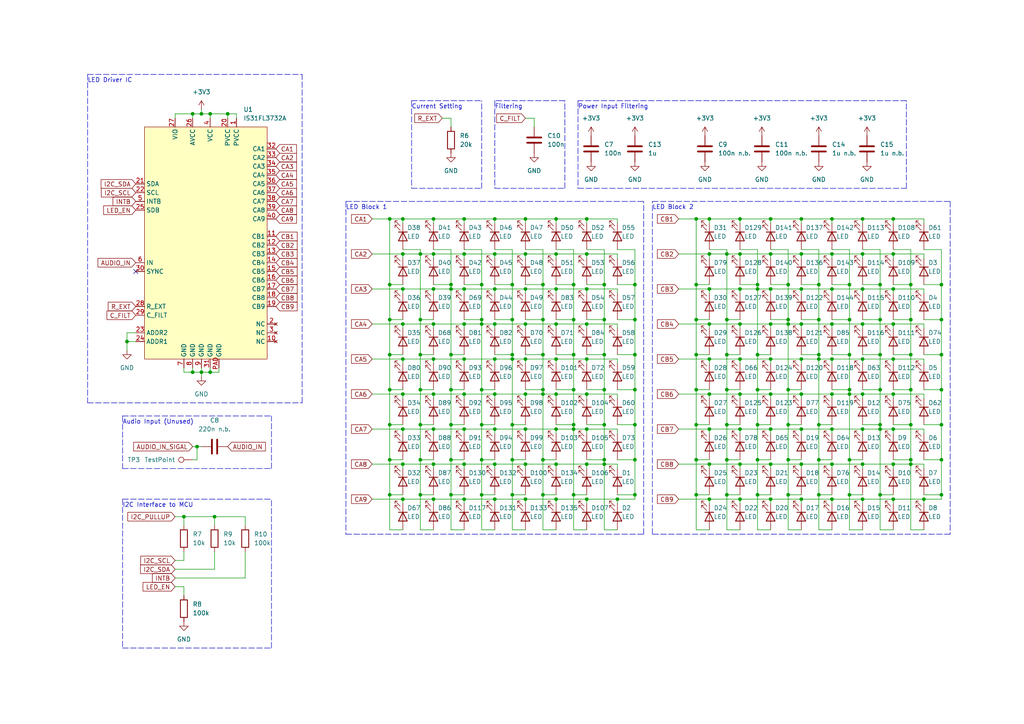
<source format=kicad_sch>
(kicad_sch (version 20211123) (generator eeschema)
  (paper "A4")
  (junction (at 148.59 143.51))
  (junction (at 241.3 73.66))
  (junction (at 255.27 123.19))
  (junction (at 273.05 123.19))
  (junction (at 134.62 124.46))
  (junction (at 143.51 83.82))
  (junction (at 219.71 83.82))
  (junction (at 232.41 93.98))
  (junction (at 139.7 133.35))
  (junction (at 241.3 63.5))
  (junction (at 116.84 73.66))
  (junction (at 273.05 143.51))
  (junction (at 170.18 73.66))
  (junction (at 157.48 133.35))
  (junction (at 210.82 113.03))
  (junction (at 148.59 104.14))
  (junction (at 121.92 123.19))
  (junction (at 210.82 143.51))
  (junction (at 250.19 83.82))
  (junction (at 125.73 114.3))
  (junction (at 113.03 143.51))
  (junction (at 246.38 114.3))
  (junction (at 259.08 104.14))
  (junction (at 246.38 113.03))
  (junction (at 143.51 93.98))
  (junction (at 259.08 124.46))
  (junction (at 255.27 82.55))
  (junction (at 205.74 134.62))
  (junction (at 259.08 63.5))
  (junction (at 161.29 73.66))
  (junction (at 170.18 63.5))
  (junction (at 166.37 113.03))
  (junction (at 152.4 73.66))
  (junction (at 157.48 114.3))
  (junction (at 184.15 92.71))
  (junction (at 161.29 144.78))
  (junction (at 143.51 124.46))
  (junction (at 161.29 124.46))
  (junction (at 219.71 123.19))
  (junction (at 121.92 92.71))
  (junction (at 121.92 143.51))
  (junction (at 175.26 92.71))
  (junction (at 157.48 102.87))
  (junction (at 125.73 104.14))
  (junction (at 130.81 113.03))
  (junction (at 201.93 63.5))
  (junction (at 113.03 82.55))
  (junction (at 210.82 133.35))
  (junction (at 175.26 134.62))
  (junction (at 232.41 63.5))
  (junction (at 205.74 73.66))
  (junction (at 116.84 83.82))
  (junction (at 205.74 114.3))
  (junction (at 125.73 93.98))
  (junction (at 232.41 73.66))
  (junction (at 214.63 124.46))
  (junction (at 166.37 92.71))
  (junction (at 219.71 143.51))
  (junction (at 228.6 82.55))
  (junction (at 139.7 113.03))
  (junction (at 148.59 123.19))
  (junction (at 255.27 113.03))
  (junction (at 116.84 124.46))
  (junction (at 179.07 144.78))
  (junction (at 250.19 134.62))
  (junction (at 175.26 82.55))
  (junction (at 116.84 114.3))
  (junction (at 232.41 83.82))
  (junction (at 237.49 123.19))
  (junction (at 161.29 93.98))
  (junction (at 223.52 134.62))
  (junction (at 148.59 102.87))
  (junction (at 259.08 144.78))
  (junction (at 152.4 124.46))
  (junction (at 223.52 114.3))
  (junction (at 259.08 114.3))
  (junction (at 201.93 123.19))
  (junction (at 134.62 114.3))
  (junction (at 250.19 114.3))
  (junction (at 53.34 149.86))
  (junction (at 58.42 107.95))
  (junction (at 267.97 144.78))
  (junction (at 255.27 124.46))
  (junction (at 219.71 133.35))
  (junction (at 232.41 144.78))
  (junction (at 139.7 143.51))
  (junction (at 228.6 92.71))
  (junction (at 152.4 134.62))
  (junction (at 143.51 144.78))
  (junction (at 184.15 143.51))
  (junction (at 241.3 114.3))
  (junction (at 250.19 124.46))
  (junction (at 223.52 83.82))
  (junction (at 139.7 92.71))
  (junction (at 143.51 134.62))
  (junction (at 121.92 113.03))
  (junction (at 55.88 33.02))
  (junction (at 259.08 134.62))
  (junction (at 170.18 93.98))
  (junction (at 157.48 113.03))
  (junction (at 113.03 102.87))
  (junction (at 170.18 83.82))
  (junction (at 60.96 33.02))
  (junction (at 175.26 113.03))
  (junction (at 152.4 63.5))
  (junction (at 214.63 144.78))
  (junction (at 130.81 83.82))
  (junction (at 223.52 144.78))
  (junction (at 130.81 102.87))
  (junction (at 246.38 133.35))
  (junction (at 66.04 33.02))
  (junction (at 205.74 144.78))
  (junction (at 214.63 104.14))
  (junction (at 237.49 92.71))
  (junction (at 223.52 93.98))
  (junction (at 134.62 144.78))
  (junction (at 175.26 123.19))
  (junction (at 116.84 134.62))
  (junction (at 116.84 104.14))
  (junction (at 121.92 133.35))
  (junction (at 161.29 63.5))
  (junction (at 255.27 143.51))
  (junction (at 161.29 114.3))
  (junction (at 237.49 133.35))
  (junction (at 130.81 143.51))
  (junction (at 134.62 83.82))
  (junction (at 161.29 104.14))
  (junction (at 175.26 102.87))
  (junction (at 214.63 114.3))
  (junction (at 134.62 63.5))
  (junction (at 255.27 102.87))
  (junction (at 246.38 143.51))
  (junction (at 214.63 134.62))
  (junction (at 139.7 93.98))
  (junction (at 201.93 92.71))
  (junction (at 219.71 113.03))
  (junction (at 232.41 104.14))
  (junction (at 228.6 113.03))
  (junction (at 134.62 134.62))
  (junction (at 36.83 99.06))
  (junction (at 55.88 107.95))
  (junction (at 237.49 82.55))
  (junction (at 201.93 82.55))
  (junction (at 130.81 133.35))
  (junction (at 134.62 104.14))
  (junction (at 113.03 63.5))
  (junction (at 121.92 73.66))
  (junction (at 184.15 133.35))
  (junction (at 170.18 134.62))
  (junction (at 170.18 114.3))
  (junction (at 148.59 92.71))
  (junction (at 157.48 82.55))
  (junction (at 143.51 114.3))
  (junction (at 219.71 82.55))
  (junction (at 113.03 113.03))
  (junction (at 250.19 93.98))
  (junction (at 237.49 143.51))
  (junction (at 152.4 114.3))
  (junction (at 166.37 102.87))
  (junction (at 264.16 113.03))
  (junction (at 259.08 93.98))
  (junction (at 228.6 123.19))
  (junction (at 273.05 133.35))
  (junction (at 241.3 134.62))
  (junction (at 241.3 124.46))
  (junction (at 214.63 83.82))
  (junction (at 237.49 102.87))
  (junction (at 184.15 123.19))
  (junction (at 205.74 83.82))
  (junction (at 246.38 92.71))
  (junction (at 246.38 82.55))
  (junction (at 62.23 149.86))
  (junction (at 116.84 144.78))
  (junction (at 205.74 63.5))
  (junction (at 214.63 73.66))
  (junction (at 152.4 104.14))
  (junction (at 113.03 133.35))
  (junction (at 184.15 113.03))
  (junction (at 130.81 82.55))
  (junction (at 250.19 63.5))
  (junction (at 201.93 143.51))
  (junction (at 264.16 123.19))
  (junction (at 152.4 144.78))
  (junction (at 232.41 134.62))
  (junction (at 241.3 104.14))
  (junction (at 148.59 82.55))
  (junction (at 184.15 82.55))
  (junction (at 152.4 93.98))
  (junction (at 125.73 63.5))
  (junction (at 130.81 123.19))
  (junction (at 166.37 124.46))
  (junction (at 170.18 104.14))
  (junction (at 166.37 143.51))
  (junction (at 125.73 144.78))
  (junction (at 57.15 129.54))
  (junction (at 157.48 143.51))
  (junction (at 250.19 73.66))
  (junction (at 273.05 102.87))
  (junction (at 223.52 104.14))
  (junction (at 170.18 144.78))
  (junction (at 125.73 124.46))
  (junction (at 228.6 133.35))
  (junction (at 241.3 83.82))
  (junction (at 273.05 92.71))
  (junction (at 273.05 82.55))
  (junction (at 60.96 107.95))
  (junction (at 125.73 83.82))
  (junction (at 255.27 92.71))
  (junction (at 201.93 102.87))
  (junction (at 134.62 93.98))
  (junction (at 246.38 102.87))
  (junction (at 205.74 93.98))
  (junction (at 134.62 73.66))
  (junction (at 210.82 102.87))
  (junction (at 223.52 124.46))
  (junction (at 175.26 133.35))
  (junction (at 228.6 143.51))
  (junction (at 228.6 93.98))
  (junction (at 201.93 113.03))
  (junction (at 184.15 102.87))
  (junction (at 143.51 73.66))
  (junction (at 223.52 63.5))
  (junction (at 273.05 113.03))
  (junction (at 223.52 73.66))
  (junction (at 143.51 104.14))
  (junction (at 116.84 93.98))
  (junction (at 113.03 123.19))
  (junction (at 113.03 92.71))
  (junction (at 166.37 123.19))
  (junction (at 214.63 63.5))
  (junction (at 264.16 102.87))
  (junction (at 210.82 73.66))
  (junction (at 125.73 73.66))
  (junction (at 210.82 92.71))
  (junction (at 205.74 104.14))
  (junction (at 152.4 83.82))
  (junction (at 143.51 63.5))
  (junction (at 148.59 133.35))
  (junction (at 214.63 93.98))
  (junction (at 205.74 124.46))
  (junction (at 201.93 133.35))
  (junction (at 58.42 33.02))
  (junction (at 210.82 123.19))
  (junction (at 125.73 134.62))
  (junction (at 264.16 133.35))
  (junction (at 219.71 102.87))
  (junction (at 232.41 114.3))
  (junction (at 237.49 104.14))
  (junction (at 264.16 134.62))
  (junction (at 250.19 144.78))
  (junction (at 264.16 92.71))
  (junction (at 264.16 82.55))
  (junction (at 139.7 123.19))
  (junction (at 116.84 63.5))
  (junction (at 241.3 144.78))
  (junction (at 121.92 102.87))
  (junction (at 166.37 82.55))
  (junction (at 250.19 104.14))
  (junction (at 161.29 134.62))
  (junction (at 170.18 124.46))
  (junction (at 259.08 83.82))
  (junction (at 157.48 92.71))
  (junction (at 259.08 73.66))
  (junction (at 241.3 93.98))
  (junction (at 139.7 82.55))
  (junction (at 232.41 124.46))
  (junction (at 161.29 83.82))
  (no_connect (at 39.37 78.74))
  (wire (pts (xy 161.29 72.39) (xy 166.37 72.39)))
  (wire (pts (xy 134.62 93.98) (xy 139.7 93.98)))
  (wire (pts (xy 214.63 63.5) (xy 223.52 63.5)))
  (wire (pts (xy 196.85 114.3) (xy 205.74 114.3)))
  (wire (pts (xy 170.18 134.62) (xy 175.26 134.62)))
  (wire (pts (xy 237.49 143.51) (xy 241.3 143.51)))
  (wire (pts (xy 264.16 113.03) (xy 264.16 123.19)))
  (polyline (pts (xy 143.51 29.21) (xy 143.51 29.21)))
  (wire (pts (xy 223.52 93.98) (xy 223.52 95.25)))
  (wire (pts (xy 157.48 143.51) (xy 157.48 153.67)))
  (wire (pts (xy 219.71 133.35) (xy 219.71 143.51)))
  (wire (pts (xy 148.59 133.35) (xy 152.4 133.35)))
  (wire (pts (xy 205.74 134.62) (xy 214.63 134.62)))
  (wire (pts (xy 184.15 102.87) (xy 184.15 113.03)))
  (wire (pts (xy 205.74 63.5) (xy 205.74 64.77)))
  (wire (pts (xy 148.59 153.67) (xy 152.4 153.67)))
  (wire (pts (xy 125.73 144.78) (xy 125.73 146.05)))
  (wire (pts (xy 250.19 134.62) (xy 250.19 135.89)))
  (wire (pts (xy 130.81 83.82) (xy 134.62 83.82)))
  (wire (pts (xy 255.27 143.51) (xy 259.08 143.51)))
  (wire (pts (xy 116.84 73.66) (xy 116.84 74.93)))
  (wire (pts (xy 241.3 93.98) (xy 241.3 95.25)))
  (wire (pts (xy 255.27 143.51) (xy 255.27 153.67)))
  (wire (pts (xy 214.63 63.5) (xy 214.63 64.77)))
  (wire (pts (xy 152.4 102.87) (xy 157.48 102.87)))
  (wire (pts (xy 232.41 83.82) (xy 232.41 85.09)))
  (wire (pts (xy 214.63 93.98) (xy 214.63 95.25)))
  (polyline (pts (xy 119.38 29.21) (xy 119.38 54.61)))
  (wire (pts (xy 66.04 33.02) (xy 66.04 34.29)))
  (wire (pts (xy 228.6 123.19) (xy 228.6 133.35)))
  (wire (pts (xy 152.4 124.46) (xy 152.4 125.73)))
  (wire (pts (xy 205.74 124.46) (xy 205.74 125.73)))
  (wire (pts (xy 113.03 92.71) (xy 113.03 82.55)))
  (wire (pts (xy 170.18 82.55) (xy 175.26 82.55)))
  (wire (pts (xy 214.63 93.98) (xy 223.52 93.98)))
  (wire (pts (xy 232.41 83.82) (xy 241.3 83.82)))
  (wire (pts (xy 264.16 82.55) (xy 264.16 92.71)))
  (wire (pts (xy 219.71 113.03) (xy 223.52 113.03)))
  (wire (pts (xy 219.71 123.19) (xy 219.71 133.35)))
  (wire (pts (xy 237.49 153.67) (xy 241.3 153.67)))
  (wire (pts (xy 205.74 72.39) (xy 210.82 72.39)))
  (wire (pts (xy 143.51 93.98) (xy 152.4 93.98)))
  (wire (pts (xy 267.97 95.25) (xy 267.97 93.98)))
  (wire (pts (xy 246.38 153.67) (xy 250.19 153.67)))
  (wire (pts (xy 237.49 143.51) (xy 237.49 153.67)))
  (wire (pts (xy 134.62 63.5) (xy 134.62 64.77)))
  (wire (pts (xy 113.03 133.35) (xy 116.84 133.35)))
  (wire (pts (xy 255.27 124.46) (xy 259.08 124.46)))
  (polyline (pts (xy 167.64 54.61) (xy 262.89 54.61)))
  (wire (pts (xy 166.37 124.46) (xy 166.37 143.51)))
  (wire (pts (xy 259.08 83.82) (xy 259.08 85.09)))
  (wire (pts (xy 241.3 102.87) (xy 246.38 102.87)))
  (wire (pts (xy 214.63 114.3) (xy 223.52 114.3)))
  (wire (pts (xy 196.85 73.66) (xy 205.74 73.66)))
  (wire (pts (xy 255.27 72.39) (xy 255.27 82.55)))
  (wire (pts (xy 152.4 73.66) (xy 152.4 74.93)))
  (wire (pts (xy 125.73 93.98) (xy 125.73 95.25)))
  (wire (pts (xy 232.41 93.98) (xy 241.3 93.98)))
  (wire (pts (xy 113.03 143.51) (xy 113.03 133.35)))
  (wire (pts (xy 184.15 144.78) (xy 179.07 144.78)))
  (wire (pts (xy 250.19 104.14) (xy 250.19 105.41)))
  (wire (pts (xy 219.71 83.82) (xy 223.52 83.82)))
  (wire (pts (xy 201.93 123.19) (xy 201.93 113.03)))
  (wire (pts (xy 166.37 153.67) (xy 170.18 153.67)))
  (wire (pts (xy 237.49 82.55) (xy 237.49 92.71)))
  (wire (pts (xy 196.85 134.62) (xy 205.74 134.62)))
  (wire (pts (xy 58.42 106.68) (xy 58.42 107.95)))
  (wire (pts (xy 264.16 102.87) (xy 264.16 113.03)))
  (wire (pts (xy 228.6 113.03) (xy 232.41 113.03)))
  (wire (pts (xy 241.3 92.71) (xy 246.38 92.71)))
  (wire (pts (xy 139.7 92.71) (xy 139.7 93.98)))
  (wire (pts (xy 125.73 63.5) (xy 134.62 63.5)))
  (wire (pts (xy 161.29 102.87) (xy 166.37 102.87)))
  (wire (pts (xy 232.41 72.39) (xy 237.49 72.39)))
  (wire (pts (xy 179.07 74.93) (xy 179.07 73.66)))
  (wire (pts (xy 113.03 63.5) (xy 116.84 63.5)))
  (wire (pts (xy 267.97 135.89) (xy 267.97 134.62)))
  (wire (pts (xy 210.82 153.67) (xy 214.63 153.67)))
  (wire (pts (xy 157.48 82.55) (xy 157.48 92.71)))
  (wire (pts (xy 143.51 114.3) (xy 152.4 114.3)))
  (wire (pts (xy 267.97 146.05) (xy 267.97 144.78)))
  (wire (pts (xy 219.71 102.87) (xy 223.52 102.87)))
  (wire (pts (xy 113.03 113.03) (xy 116.84 113.03)))
  (wire (pts (xy 179.07 146.05) (xy 179.07 144.78)))
  (wire (pts (xy 170.18 104.14) (xy 179.07 104.14)))
  (wire (pts (xy 125.73 104.14) (xy 125.73 105.41)))
  (wire (pts (xy 232.41 93.98) (xy 232.41 95.25)))
  (wire (pts (xy 205.74 83.82) (xy 205.74 85.09)))
  (wire (pts (xy 36.83 99.06) (xy 36.83 101.6)))
  (wire (pts (xy 205.74 73.66) (xy 210.82 73.66)))
  (wire (pts (xy 250.19 93.98) (xy 250.19 95.25)))
  (wire (pts (xy 143.51 83.82) (xy 152.4 83.82)))
  (polyline (pts (xy 25.4 21.59) (xy 87.63 21.59)))
  (wire (pts (xy 223.52 73.66) (xy 223.52 74.93)))
  (wire (pts (xy 134.62 104.14) (xy 143.51 104.14)))
  (wire (pts (xy 148.59 102.87) (xy 148.59 104.14)))
  (wire (pts (xy 241.3 144.78) (xy 250.19 144.78)))
  (wire (pts (xy 232.41 144.78) (xy 232.41 146.05)))
  (wire (pts (xy 255.27 153.67) (xy 259.08 153.67)))
  (wire (pts (xy 219.71 123.19) (xy 223.52 123.19)))
  (wire (pts (xy 175.26 123.19) (xy 175.26 133.35)))
  (wire (pts (xy 250.19 83.82) (xy 259.08 83.82)))
  (wire (pts (xy 179.07 105.41) (xy 179.07 104.14)))
  (wire (pts (xy 62.23 152.4) (xy 62.23 149.86)))
  (wire (pts (xy 152.4 144.78) (xy 161.29 144.78)))
  (wire (pts (xy 166.37 102.87) (xy 166.37 113.03)))
  (wire (pts (xy 259.08 83.82) (xy 267.97 83.82)))
  (wire (pts (xy 179.07 72.39) (xy 184.15 72.39)))
  (wire (pts (xy 210.82 92.71) (xy 214.63 92.71)))
  (wire (pts (xy 121.92 143.51) (xy 121.92 153.67)))
  (wire (pts (xy 55.88 106.68) (xy 55.88 107.95)))
  (polyline (pts (xy 35.56 187.96) (xy 78.74 187.96)))
  (wire (pts (xy 241.3 124.46) (xy 250.19 124.46)))
  (wire (pts (xy 139.7 93.98) (xy 143.51 93.98)))
  (wire (pts (xy 259.08 72.39) (xy 264.16 72.39)))
  (wire (pts (xy 246.38 143.51) (xy 246.38 153.67)))
  (wire (pts (xy 55.88 107.95) (xy 58.42 107.95)))
  (wire (pts (xy 130.81 133.35) (xy 130.81 143.51)))
  (wire (pts (xy 130.81 133.35) (xy 134.62 133.35)))
  (wire (pts (xy 232.41 144.78) (xy 241.3 144.78)))
  (wire (pts (xy 241.3 144.78) (xy 241.3 146.05)))
  (wire (pts (xy 255.27 82.55) (xy 255.27 92.71)))
  (wire (pts (xy 116.84 63.5) (xy 116.84 64.77)))
  (wire (pts (xy 205.74 104.14) (xy 205.74 105.41)))
  (wire (pts (xy 273.05 133.35) (xy 273.05 143.51)))
  (wire (pts (xy 267.97 133.35) (xy 273.05 133.35)))
  (wire (pts (xy 179.07 64.77) (xy 179.07 63.5)))
  (wire (pts (xy 179.07 143.51) (xy 184.15 143.51)))
  (wire (pts (xy 170.18 72.39) (xy 175.26 72.39)))
  (wire (pts (xy 219.71 102.87) (xy 219.71 113.03)))
  (wire (pts (xy 273.05 144.78) (xy 267.97 144.78)))
  (wire (pts (xy 241.3 73.66) (xy 250.19 73.66)))
  (wire (pts (xy 66.04 33.02) (xy 68.58 33.02)))
  (wire (pts (xy 246.38 133.35) (xy 246.38 143.51)))
  (wire (pts (xy 223.52 134.62) (xy 223.52 135.89)))
  (wire (pts (xy 219.71 72.39) (xy 219.71 82.55)))
  (wire (pts (xy 219.71 143.51) (xy 219.71 153.67)))
  (wire (pts (xy 175.26 82.55) (xy 175.26 92.71)))
  (wire (pts (xy 237.49 92.71) (xy 237.49 102.87)))
  (wire (pts (xy 71.12 149.86) (xy 62.23 149.86)))
  (wire (pts (xy 273.05 92.71) (xy 273.05 102.87)))
  (wire (pts (xy 264.16 72.39) (xy 264.16 82.55)))
  (wire (pts (xy 259.08 144.78) (xy 267.97 144.78)))
  (wire (pts (xy 232.41 92.71) (xy 237.49 92.71)))
  (wire (pts (xy 170.18 124.46) (xy 179.07 124.46)))
  (wire (pts (xy 125.73 83.82) (xy 130.81 83.82)))
  (wire (pts (xy 241.3 134.62) (xy 241.3 135.89)))
  (wire (pts (xy 113.03 143.51) (xy 116.84 143.51)))
  (wire (pts (xy 223.52 144.78) (xy 223.52 146.05)))
  (wire (pts (xy 175.26 153.67) (xy 179.07 153.67)))
  (wire (pts (xy 228.6 82.55) (xy 228.6 92.71)))
  (wire (pts (xy 264.16 153.67) (xy 267.97 153.67)))
  (wire (pts (xy 170.18 102.87) (xy 175.26 102.87)))
  (wire (pts (xy 116.84 72.39) (xy 121.92 72.39)))
  (wire (pts (xy 152.4 124.46) (xy 161.29 124.46)))
  (wire (pts (xy 175.26 134.62) (xy 179.07 134.62)))
  (wire (pts (xy 250.19 114.3) (xy 259.08 114.3)))
  (wire (pts (xy 39.37 96.52) (xy 36.83 96.52)))
  (wire (pts (xy 116.84 124.46) (xy 116.84 125.73)))
  (wire (pts (xy 107.95 73.66) (xy 116.84 73.66)))
  (wire (pts (xy 125.73 73.66) (xy 125.73 74.93)))
  (wire (pts (xy 228.6 93.98) (xy 232.41 93.98)))
  (wire (pts (xy 143.51 92.71) (xy 148.59 92.71)))
  (wire (pts (xy 166.37 143.51) (xy 170.18 143.51)))
  (wire (pts (xy 125.73 93.98) (xy 134.62 93.98)))
  (wire (pts (xy 273.05 82.55) (xy 273.05 92.71)))
  (wire (pts (xy 179.07 85.09) (xy 179.07 83.82)))
  (wire (pts (xy 264.16 133.35) (xy 264.16 134.62)))
  (polyline (pts (xy 167.64 29.21) (xy 167.64 54.61)))
  (wire (pts (xy 210.82 133.35) (xy 210.82 143.51)))
  (wire (pts (xy 55.88 133.35) (xy 57.15 133.35)))
  (wire (pts (xy 201.93 92.71) (xy 205.74 92.71)))
  (wire (pts (xy 259.08 114.3) (xy 259.08 115.57)))
  (wire (pts (xy 170.18 123.19) (xy 175.26 123.19)))
  (wire (pts (xy 116.84 73.66) (xy 121.92 73.66)))
  (wire (pts (xy 264.16 134.62) (xy 264.16 153.67)))
  (wire (pts (xy 161.29 82.55) (xy 166.37 82.55)))
  (wire (pts (xy 205.74 114.3) (xy 214.63 114.3)))
  (wire (pts (xy 166.37 124.46) (xy 170.18 124.46)))
  (wire (pts (xy 205.74 134.62) (xy 205.74 135.89)))
  (wire (pts (xy 232.41 134.62) (xy 232.41 135.89)))
  (wire (pts (xy 228.6 113.03) (xy 228.6 123.19)))
  (wire (pts (xy 184.15 82.55) (xy 184.15 92.71)))
  (wire (pts (xy 152.4 93.98) (xy 161.29 93.98)))
  (wire (pts (xy 250.19 83.82) (xy 250.19 85.09)))
  (wire (pts (xy 130.81 102.87) (xy 134.62 102.87)))
  (wire (pts (xy 259.08 73.66) (xy 259.08 74.93)))
  (wire (pts (xy 50.8 34.29) (xy 50.8 33.02)))
  (wire (pts (xy 214.63 83.82) (xy 214.63 85.09)))
  (wire (pts (xy 125.73 124.46) (xy 134.62 124.46)))
  (wire (pts (xy 161.29 104.14) (xy 161.29 105.41)))
  (wire (pts (xy 250.19 73.66) (xy 259.08 73.66)))
  (wire (pts (xy 232.41 134.62) (xy 241.3 134.62)))
  (wire (pts (xy 228.6 153.67) (xy 232.41 153.67)))
  (wire (pts (xy 219.71 113.03) (xy 219.71 123.19)))
  (wire (pts (xy 121.92 123.19) (xy 125.73 123.19)))
  (wire (pts (xy 125.73 114.3) (xy 125.73 115.57)))
  (wire (pts (xy 152.4 113.03) (xy 157.48 113.03)))
  (wire (pts (xy 246.38 114.3) (xy 246.38 133.35)))
  (wire (pts (xy 107.95 124.46) (xy 116.84 124.46)))
  (wire (pts (xy 58.42 33.02) (xy 60.96 33.02)))
  (wire (pts (xy 205.74 93.98) (xy 214.63 93.98)))
  (wire (pts (xy 273.05 72.39) (xy 273.05 82.55)))
  (wire (pts (xy 125.73 73.66) (xy 134.62 73.66)))
  (wire (pts (xy 116.84 114.3) (xy 116.84 115.57)))
  (wire (pts (xy 58.42 107.95) (xy 60.96 107.95)))
  (wire (pts (xy 121.92 113.03) (xy 125.73 113.03)))
  (wire (pts (xy 232.41 73.66) (xy 232.41 74.93)))
  (wire (pts (xy 53.34 149.86) (xy 50.8 149.86)))
  (wire (pts (xy 246.38 92.71) (xy 246.38 102.87)))
  (wire (pts (xy 246.38 113.03) (xy 246.38 114.3)))
  (wire (pts (xy 50.8 165.1) (xy 62.23 165.1)))
  (wire (pts (xy 60.96 107.95) (xy 63.5 107.95)))
  (wire (pts (xy 130.81 123.19) (xy 134.62 123.19)))
  (wire (pts (xy 166.37 113.03) (xy 166.37 123.19)))
  (wire (pts (xy 170.18 134.62) (xy 170.18 135.89)))
  (wire (pts (xy 210.82 133.35) (xy 214.63 133.35)))
  (wire (pts (xy 139.7 123.19) (xy 143.51 123.19)))
  (wire (pts (xy 201.93 82.55) (xy 201.93 63.5)))
  (wire (pts (xy 205.74 93.98) (xy 205.74 95.25)))
  (wire (pts (xy 116.84 144.78) (xy 125.73 144.78)))
  (wire (pts (xy 134.62 83.82) (xy 143.51 83.82)))
  (wire (pts (xy 148.59 123.19) (xy 148.59 133.35)))
  (wire (pts (xy 68.58 33.02) (xy 68.58 34.29)))
  (wire (pts (xy 205.74 153.67) (xy 201.93 153.67)))
  (wire (pts (xy 259.08 134.62) (xy 264.16 134.62)))
  (wire (pts (xy 228.6 92.71) (xy 228.6 93.98)))
  (wire (pts (xy 161.29 104.14) (xy 170.18 104.14)))
  (wire (pts (xy 228.6 72.39) (xy 228.6 82.55)))
  (wire (pts (xy 201.93 133.35) (xy 201.93 123.19)))
  (wire (pts (xy 143.51 73.66) (xy 143.51 74.93)))
  (wire (pts (xy 170.18 114.3) (xy 179.07 114.3)))
  (wire (pts (xy 170.18 73.66) (xy 179.07 73.66)))
  (polyline (pts (xy 163.83 29.21) (xy 143.51 29.21)))
  (wire (pts (xy 107.95 63.5) (xy 113.03 63.5)))
  (polyline (pts (xy 119.38 29.21) (xy 139.7 29.21)))
  (wire (pts (xy 152.4 72.39) (xy 157.48 72.39)))
  (wire (pts (xy 55.88 33.02) (xy 58.42 33.02)))
  (polyline (pts (xy 35.56 144.78) (xy 35.56 187.96)))
  (wire (pts (xy 116.84 114.3) (xy 125.73 114.3)))
  (wire (pts (xy 107.95 114.3) (xy 116.84 114.3)))
  (wire (pts (xy 113.03 82.55) (xy 113.03 63.5)))
  (wire (pts (xy 113.03 123.19) (xy 113.03 113.03)))
  (wire (pts (xy 255.27 124.46) (xy 255.27 143.51)))
  (wire (pts (xy 121.92 73.66) (xy 125.73 73.66)))
  (wire (pts (xy 223.52 144.78) (xy 232.41 144.78)))
  (polyline (pts (xy 186.69 154.94) (xy 186.69 58.42)))
  (wire (pts (xy 50.8 33.02) (xy 55.88 33.02)))
  (wire (pts (xy 143.51 63.5) (xy 152.4 63.5)))
  (wire (pts (xy 116.84 134.62) (xy 116.84 135.89)))
  (wire (pts (xy 259.08 82.55) (xy 264.16 82.55)))
  (wire (pts (xy 116.84 83.82) (xy 116.84 85.09)))
  (wire (pts (xy 130.81 143.51) (xy 134.62 143.51)))
  (wire (pts (xy 264.16 123.19) (xy 264.16 133.35)))
  (wire (pts (xy 152.4 83.82) (xy 161.29 83.82)))
  (wire (pts (xy 273.05 102.87) (xy 273.05 113.03)))
  (wire (pts (xy 267.97 85.09) (xy 267.97 83.82)))
  (polyline (pts (xy 189.23 58.42) (xy 275.59 58.42)))
  (wire (pts (xy 205.74 124.46) (xy 214.63 124.46)))
  (wire (pts (xy 264.16 92.71) (xy 264.16 102.87)))
  (wire (pts (xy 107.95 93.98) (xy 116.84 93.98)))
  (wire (pts (xy 143.51 134.62) (xy 152.4 134.62)))
  (wire (pts (xy 205.74 144.78) (xy 214.63 144.78)))
  (wire (pts (xy 170.18 83.82) (xy 170.18 85.09)))
  (wire (pts (xy 148.59 82.55) (xy 148.59 92.71)))
  (wire (pts (xy 152.4 93.98) (xy 152.4 95.25)))
  (wire (pts (xy 250.19 144.78) (xy 250.19 146.05)))
  (wire (pts (xy 134.62 144.78) (xy 134.62 146.05)))
  (wire (pts (xy 143.51 102.87) (xy 148.59 102.87)))
  (wire (pts (xy 255.27 113.03) (xy 255.27 123.19)))
  (wire (pts (xy 259.08 133.35) (xy 264.16 133.35)))
  (wire (pts (xy 148.59 123.19) (xy 152.4 123.19)))
  (wire (pts (xy 241.3 104.14) (xy 250.19 104.14)))
  (wire (pts (xy 53.34 106.68) (xy 53.34 107.95)))
  (wire (pts (xy 250.19 72.39) (xy 255.27 72.39)))
  (wire (pts (xy 170.18 114.3) (xy 170.18 115.57)))
  (wire (pts (xy 57.15 129.54) (xy 55.88 129.54)))
  (wire (pts (xy 125.73 72.39) (xy 130.81 72.39)))
  (wire (pts (xy 241.3 113.03) (xy 246.38 113.03)))
  (wire (pts (xy 121.92 102.87) (xy 121.92 113.03)))
  (wire (pts (xy 161.29 83.82) (xy 161.29 85.09)))
  (wire (pts (xy 116.84 144.78) (xy 116.84 146.05)))
  (wire (pts (xy 214.63 144.78) (xy 214.63 146.05)))
  (wire (pts (xy 161.29 113.03) (xy 166.37 113.03)))
  (wire (pts (xy 134.62 82.55) (xy 139.7 82.55)))
  (wire (pts (xy 130.81 123.19) (xy 130.81 133.35)))
  (wire (pts (xy 50.8 162.56) (xy 53.34 162.56)))
  (wire (pts (xy 107.95 104.14) (xy 116.84 104.14)))
  (wire (pts (xy 170.18 113.03) (xy 175.26 113.03)))
  (wire (pts (xy 134.62 114.3) (xy 134.62 115.57)))
  (wire (pts (xy 241.3 72.39) (xy 246.38 72.39)))
  (wire (pts (xy 205.74 63.5) (xy 214.63 63.5)))
  (wire (pts (xy 267.97 64.77) (xy 267.97 63.5)))
  (wire (pts (xy 223.52 134.62) (xy 232.41 134.62)))
  (polyline (pts (xy 262.89 54.61) (xy 262.89 29.21)))
  (wire (pts (xy 205.74 73.66) (xy 205.74 74.93)))
  (wire (pts (xy 201.93 63.5) (xy 205.74 63.5)))
  (wire (pts (xy 223.52 124.46) (xy 232.41 124.46)))
  (wire (pts (xy 214.63 124.46) (xy 223.52 124.46)))
  (wire (pts (xy 125.73 114.3) (xy 134.62 114.3)))
  (wire (pts (xy 125.73 134.62) (xy 125.73 135.89)))
  (wire (pts (xy 121.92 123.19) (xy 121.92 133.35)))
  (wire (pts (xy 161.29 123.19) (xy 166.37 123.19)))
  (wire (pts (xy 267.97 123.19) (xy 273.05 123.19)))
  (wire (pts (xy 223.52 63.5) (xy 223.52 64.77)))
  (wire (pts (xy 267.97 74.93) (xy 267.97 73.66)))
  (polyline (pts (xy 100.33 154.94) (xy 186.69 154.94)))
  (polyline (pts (xy 275.59 154.94) (xy 189.23 154.94)))
  (wire (pts (xy 196.85 124.46) (xy 205.74 124.46)))
  (polyline (pts (xy 35.56 135.89) (xy 78.74 135.89)))
  (wire (pts (xy 259.08 93.98) (xy 267.97 93.98)))
  (wire (pts (xy 237.49 102.87) (xy 237.49 104.14)))
  (wire (pts (xy 179.07 125.73) (xy 179.07 124.46)))
  (wire (pts (xy 237.49 104.14) (xy 237.49 123.19)))
  (wire (pts (xy 259.08 63.5) (xy 267.97 63.5)))
  (wire (pts (xy 179.07 82.55) (xy 184.15 82.55)))
  (wire (pts (xy 166.37 92.71) (xy 166.37 102.87)))
  (wire (pts (xy 223.52 93.98) (xy 228.6 93.98)))
  (wire (pts (xy 241.3 83.82) (xy 241.3 85.09)))
  (wire (pts (xy 143.51 82.55) (xy 148.59 82.55)))
  (wire (pts (xy 152.4 82.55) (xy 157.48 82.55)))
  (wire (pts (xy 107.95 134.62) (xy 116.84 134.62)))
  (wire (pts (xy 157.48 114.3) (xy 157.48 133.35)))
  (wire (pts (xy 250.19 113.03) (xy 255.27 113.03)))
  (wire (pts (xy 166.37 82.55) (xy 166.37 92.71)))
  (wire (pts (xy 157.48 153.67) (xy 161.29 153.67)))
  (wire (pts (xy 134.62 73.66) (xy 134.62 74.93)))
  (wire (pts (xy 116.84 104.14) (xy 116.84 105.41)))
  (polyline (pts (xy 87.63 116.84) (xy 87.63 21.59)))
  (wire (pts (xy 246.38 114.3) (xy 250.19 114.3)))
  (wire (pts (xy 121.92 92.71) (xy 125.73 92.71)))
  (wire (pts (xy 125.73 144.78) (xy 134.62 144.78)))
  (wire (pts (xy 166.37 123.19) (xy 166.37 124.46)))
  (wire (pts (xy 170.18 144.78) (xy 179.07 144.78)))
  (wire (pts (xy 232.41 63.5) (xy 241.3 63.5)))
  (wire (pts (xy 201.93 143.51) (xy 201.93 133.35)))
  (wire (pts (xy 237.49 133.35) (xy 241.3 133.35)))
  (wire (pts (xy 58.42 107.95) (xy 58.42 109.22)))
  (wire (pts (xy 130.81 102.87) (xy 130.81 113.03)))
  (wire (pts (xy 214.63 83.82) (xy 219.71 83.82)))
  (wire (pts (xy 143.51 124.46) (xy 143.51 125.73)))
  (wire (pts (xy 143.51 104.14) (xy 148.59 104.14)))
  (wire (pts (xy 201.93 133.35) (xy 205.74 133.35)))
  (wire (pts (xy 250.19 93.98) (xy 259.08 93.98)))
  (wire (pts (xy 139.7 93.98) (xy 139.7 113.03)))
  (wire (pts (xy 130.81 153.67) (xy 134.62 153.67)))
  (wire (pts (xy 184.15 133.35) (xy 184.15 143.51)))
  (wire (pts (xy 196.85 63.5) (xy 201.93 63.5)))
  (wire (pts (xy 259.08 104.14) (xy 259.08 105.41)))
  (wire (pts (xy 259.08 124.46) (xy 267.97 124.46)))
  (wire (pts (xy 36.83 96.52) (xy 36.83 99.06)))
  (wire (pts (xy 107.95 144.78) (xy 116.84 144.78)))
  (wire (pts (xy 246.38 133.35) (xy 250.19 133.35)))
  (wire (pts (xy 134.62 63.5) (xy 143.51 63.5)))
  (wire (pts (xy 237.49 133.35) (xy 237.49 143.51)))
  (wire (pts (xy 223.52 72.39) (xy 228.6 72.39)))
  (wire (pts (xy 143.51 63.5) (xy 143.51 64.77)))
  (wire (pts (xy 116.84 134.62) (xy 125.73 134.62)))
  (wire (pts (xy 170.18 73.66) (xy 170.18 74.93)))
  (wire (pts (xy 184.15 92.71) (xy 184.15 102.87)))
  (polyline (pts (xy 25.4 116.84) (xy 87.63 116.84)))
  (wire (pts (xy 62.23 165.1) (xy 62.23 160.02)))
  (wire (pts (xy 267.97 125.73) (xy 267.97 124.46)))
  (wire (pts (xy 121.92 133.35) (xy 125.73 133.35)))
  (wire (pts (xy 250.19 123.19) (xy 255.27 123.19)))
  (wire (pts (xy 241.3 63.5) (xy 250.19 63.5)))
  (wire (pts (xy 214.63 134.62) (xy 223.52 134.62)))
  (wire (pts (xy 161.29 73.66) (xy 161.29 74.93)))
  (wire (pts (xy 255.27 92.71) (xy 255.27 102.87)))
  (wire (pts (xy 161.29 63.5) (xy 170.18 63.5)))
  (wire (pts (xy 264.16 134.62) (xy 267.97 134.62)))
  (wire (pts (xy 259.08 123.19) (xy 264.16 123.19)))
  (wire (pts (xy 139.7 123.19) (xy 139.7 133.35)))
  (wire (pts (xy 116.84 83.82) (xy 125.73 83.82)))
  (wire (pts (xy 161.29 63.5) (xy 161.29 64.77)))
  (wire (pts (xy 259.08 113.03) (xy 264.16 113.03)))
  (wire (pts (xy 50.8 167.64) (xy 71.12 167.64)))
  (wire (pts (xy 161.29 114.3) (xy 161.29 115.57)))
  (wire (pts (xy 161.29 114.3) (xy 170.18 114.3)))
  (polyline (pts (xy 262.89 29.21) (xy 167.64 29.21)))
  (wire (pts (xy 219.71 133.35) (xy 223.52 133.35)))
  (wire (pts (xy 139.7 143.51) (xy 143.51 143.51)))
  (wire (pts (xy 121.92 92.71) (xy 121.92 102.87)))
  (wire (pts (xy 157.48 133.35) (xy 161.29 133.35)))
  (wire (pts (xy 161.29 124.46) (xy 166.37 124.46)))
  (wire (pts (xy 259.08 144.78) (xy 259.08 146.05)))
  (wire (pts (xy 223.52 114.3) (xy 232.41 114.3)))
  (wire (pts (xy 201.93 82.55) (xy 205.74 82.55)))
  (wire (pts (xy 143.51 144.78) (xy 143.51 146.05)))
  (wire (pts (xy 210.82 123.19) (xy 214.63 123.19)))
  (wire (pts (xy 214.63 104.14) (xy 223.52 104.14)))
  (wire (pts (xy 201.93 92.71) (xy 201.93 82.55)))
  (wire (pts (xy 237.49 123.19) (xy 237.49 133.35)))
  (wire (pts (xy 139.7 113.03) (xy 143.51 113.03)))
  (wire (pts (xy 121.92 143.51) (xy 125.73 143.51)))
  (polyline (pts (xy 78.74 135.89) (xy 78.74 120.65)))
  (wire (pts (xy 71.12 152.4) (xy 71.12 149.86)))
  (wire (pts (xy 179.07 95.25) (xy 179.07 93.98)))
  (polyline (pts (xy 78.74 187.96) (xy 78.74 144.78)))
  (wire (pts (xy 139.7 133.35) (xy 143.51 133.35)))
  (wire (pts (xy 232.41 114.3) (xy 241.3 114.3)))
  (wire (pts (xy 210.82 102.87) (xy 214.63 102.87)))
  (polyline (pts (xy 100.33 58.42) (xy 186.69 58.42)))
  (wire (pts (xy 184.15 72.39) (xy 184.15 82.55)))
  (wire (pts (xy 157.48 92.71) (xy 157.48 102.87)))
  (wire (pts (xy 241.3 124.46) (xy 241.3 125.73)))
  (wire (pts (xy 259.08 92.71) (xy 264.16 92.71)))
  (wire (pts (xy 166.37 143.51) (xy 166.37 153.67)))
  (wire (pts (xy 121.92 73.66) (xy 121.92 92.71)))
  (wire (pts (xy 170.18 63.5) (xy 179.07 63.5)))
  (wire (pts (xy 241.3 73.66) (xy 241.3 74.93)))
  (wire (pts (xy 201.93 102.87) (xy 205.74 102.87)))
  (wire (pts (xy 116.84 124.46) (xy 125.73 124.46)))
  (wire (pts (xy 62.23 149.86) (xy 53.34 149.86)))
  (wire (pts (xy 210.82 143.51) (xy 214.63 143.51)))
  (wire (pts (xy 60.96 33.02) (xy 66.04 33.02)))
  (wire (pts (xy 58.42 31.75) (xy 58.42 33.02)))
  (wire (pts (xy 201.93 113.03) (xy 201.93 102.87)))
  (wire (pts (xy 255.27 102.87) (xy 255.27 113.03)))
  (wire (pts (xy 232.41 63.5) (xy 232.41 64.77)))
  (wire (pts (xy 148.59 92.71) (xy 148.59 102.87)))
  (wire (pts (xy 214.63 72.39) (xy 219.71 72.39)))
  (wire (pts (xy 143.51 73.66) (xy 152.4 73.66)))
  (wire (pts (xy 250.19 134.62) (xy 259.08 134.62)))
  (wire (pts (xy 210.82 92.71) (xy 210.82 102.87)))
  (wire (pts (xy 139.7 72.39) (xy 139.7 82.55)))
  (wire (pts (xy 148.59 133.35) (xy 148.59 143.51)))
  (wire (pts (xy 201.93 123.19) (xy 205.74 123.19)))
  (wire (pts (xy 223.52 124.46) (xy 223.52 125.73)))
  (wire (pts (xy 196.85 104.14) (xy 205.74 104.14)))
  (wire (pts (xy 241.3 114.3) (xy 241.3 115.57)))
  (wire (pts (xy 113.03 133.35) (xy 113.03 123.19)))
  (wire (pts (xy 143.51 104.14) (xy 143.51 105.41)))
  (wire (pts (xy 210.82 123.19) (xy 210.82 133.35)))
  (polyline (pts (xy 35.56 120.65) (xy 78.74 120.65)))
  (wire (pts (xy 152.4 144.78) (xy 152.4 146.05)))
  (wire (pts (xy 259.08 124.46) (xy 259.08 125.73)))
  (wire (pts (xy 139.7 153.67) (xy 143.51 153.67)))
  (wire (pts (xy 152.4 63.5) (xy 152.4 64.77)))
  (wire (pts (xy 267.97 115.57) (xy 267.97 114.3)))
  (wire (pts (xy 113.03 113.03) (xy 113.03 102.87)))
  (wire (pts (xy 205.74 144.78) (xy 205.74 146.05)))
  (wire (pts (xy 196.85 83.82) (xy 205.74 83.82)))
  (wire (pts (xy 60.96 106.68) (xy 60.96 107.95)))
  (wire (pts (xy 130.81 72.39) (xy 130.81 82.55)))
  (wire (pts (xy 232.41 124.46) (xy 232.41 125.73)))
  (polyline (pts (xy 189.23 154.94) (xy 189.23 58.42)))
  (wire (pts (xy 228.6 133.35) (xy 232.41 133.35)))
  (wire (pts (xy 53.34 149.86) (xy 53.34 152.4)))
  (wire (pts (xy 121.92 72.39) (xy 121.92 73.66)))
  (wire (pts (xy 210.82 72.39) (xy 210.82 73.66)))
  (wire (pts (xy 267.97 82.55) (xy 273.05 82.55)))
  (wire (pts (xy 267.97 72.39) (xy 273.05 72.39)))
  (polyline (pts (xy 35.56 120.65) (xy 35.56 135.89)))
  (wire (pts (xy 134.62 144.78) (xy 143.51 144.78)))
  (wire (pts (xy 241.3 104.14) (xy 241.3 105.41)))
  (wire (pts (xy 130.81 82.55) (xy 130.81 83.82)))
  (wire (pts (xy 143.51 72.39) (xy 148.59 72.39)))
  (wire (pts (xy 241.3 83.82) (xy 250.19 83.82)))
  (wire (pts (xy 71.12 167.64) (xy 71.12 160.02)))
  (wire (pts (xy 250.19 63.5) (xy 250.19 64.77)))
  (wire (pts (xy 113.03 102.87) (xy 116.84 102.87)))
  (wire (pts (xy 36.83 99.06) (xy 39.37 99.06)))
  (wire (pts (xy 139.7 113.03) (xy 139.7 123.19)))
  (wire (pts (xy 259.08 104.14) (xy 267.97 104.14)))
  (wire (pts (xy 232.41 104.14) (xy 232.41 105.41)))
  (wire (pts (xy 55.88 33.02) (xy 55.88 34.29)))
  (wire (pts (xy 170.18 104.14) (xy 170.18 105.41)))
  (wire (pts (xy 161.29 134.62) (xy 161.29 135.89)))
  (wire (pts (xy 53.34 162.56) (xy 53.34 160.02)))
  (wire (pts (xy 53.34 107.95) (xy 55.88 107.95)))
  (wire (pts (xy 201.93 143.51) (xy 205.74 143.51)))
  (wire (pts (xy 116.84 104.14) (xy 125.73 104.14)))
  (wire (pts (xy 139.7 143.51) (xy 139.7 153.67)))
  (wire (pts (xy 113.03 153.67) (xy 113.03 143.51)))
  (wire (pts (xy 157.48 102.87) (xy 157.48 113.03)))
  (wire (pts (xy 250.19 144.78) (xy 259.08 144.78)))
  (wire (pts (xy 179.07 123.19) (xy 184.15 123.19)))
  (wire (pts (xy 130.81 143.51) (xy 130.81 153.67)))
  (wire (pts (xy 184.15 123.19) (xy 184.15 133.35)))
  (wire (pts (xy 219.71 153.67) (xy 223.52 153.67)))
  (wire (pts (xy 170.18 83.82) (xy 179.07 83.82)))
  (wire (pts (xy 223.52 83.82) (xy 223.52 85.09)))
  (wire (pts (xy 232.41 124.46) (xy 241.3 124.46)))
  (wire (pts (xy 210.82 143.51) (xy 210.82 153.67)))
  (wire (pts (xy 219.71 143.51) (xy 223.52 143.51)))
  (wire (pts (xy 148.59 143.51) (xy 148.59 153.67)))
  (wire (pts (xy 157.48 143.51) (xy 161.29 143.51)))
  (wire (pts (xy 259.08 114.3) (xy 267.97 114.3)))
  (wire (pts (xy 125.73 124.46) (xy 125.73 125.73)))
  (wire (pts (xy 205.74 114.3) (xy 205.74 115.57)))
  (polyline (pts (xy 143.51 29.21) (xy 143.51 54.61)))
  (wire (pts (xy 232.41 102.87) (xy 237.49 102.87)))
  (wire (pts (xy 214.63 114.3) (xy 214.63 115.57)))
  (wire (pts (xy 128.27 34.29) (xy 130.81 34.29)))
  (wire (pts (xy 250.19 63.5) (xy 259.08 63.5)))
  (wire (pts (xy 152.4 83.82) (xy 152.4 85.09)))
  (wire (pts (xy 134.62 92.71) (xy 139.7 92.71)))
  (wire (pts (xy 223.52 104.14) (xy 232.41 104.14)))
  (wire (pts (xy 250.19 124.46) (xy 255.27 124.46)))
  (wire (pts (xy 161.29 144.78) (xy 161.29 146.05)))
  (polyline (pts (xy 139.7 54.61) (xy 139.7 29.21)))
  (wire (pts (xy 130.81 34.29) (xy 130.81 36.83)))
  (wire (pts (xy 134.62 72.39) (xy 139.7 72.39)))
  (polyline (pts (xy 163.83 54.61) (xy 163.83 29.21)))
  (wire (pts (xy 166.37 72.39) (xy 166.37 82.55)))
  (wire (pts (xy 179.07 92.71) (xy 184.15 92.71)))
  (wire (pts (xy 179.07 102.87) (xy 184.15 102.87)))
  (wire (pts (xy 241.3 82.55) (xy 246.38 82.55)))
  (wire (pts (xy 170.18 133.35) (xy 175.26 133.35)))
  (wire (pts (xy 121.92 133.35) (xy 121.92 143.51)))
  (wire (pts (xy 179.07 113.03) (xy 184.15 113.03)))
  (polyline (pts (xy 25.4 21.59) (xy 25.4 116.84)))
  (wire (pts (xy 259.08 63.5) (xy 259.08 64.77)))
  (wire (pts (xy 214.63 104.14) (xy 214.63 105.41)))
  (wire (pts (xy 134.62 83.82) (xy 134.62 85.09)))
  (wire (pts (xy 125.73 104.14) (xy 134.62 104.14)))
  (wire (pts (xy 228.6 93.98) (xy 228.6 113.03)))
  (wire (pts (xy 250.19 73.66) (xy 250.19 74.93)))
  (polyline (pts (xy 35.56 144.78) (xy 78.74 144.78)))
  (wire (pts (xy 250.19 124.46) (xy 250.19 125.73)))
  (wire (pts (xy 152.4 104.14) (xy 161.29 104.14)))
  (wire (pts (xy 161.29 124.46) (xy 161.29 125.73)))
  (wire (pts (xy 179.07 135.89) (xy 179.07 134.62)))
  (wire (pts (xy 223.52 114.3) (xy 223.52 115.57)))
  (wire (pts (xy 237.49 104.14) (xy 241.3 104.14)))
  (wire (pts (xy 175.26 72.39) (xy 175.26 82.55)))
  (wire (pts (xy 214.63 134.62) (xy 214.63 135.89)))
  (wire (pts (xy 170.18 92.71) (xy 175.26 92.71)))
  (wire (pts (xy 139.7 82.55) (xy 139.7 92.71)))
  (wire (pts (xy 116.84 63.5) (xy 125.73 63.5)))
  (wire (pts (xy 214.63 82.55) (xy 219.71 82.55)))
  (wire (pts (xy 113.03 123.19) (xy 116.84 123.19)))
  (wire (pts (xy 223.52 83.82) (xy 232.41 83.82)))
  (wire (pts (xy 113.03 82.55) (xy 116.84 82.55)))
  (wire (pts (xy 125.73 134.62) (xy 134.62 134.62)))
  (wire (pts (xy 161.29 144.78) (xy 170.18 144.78)))
  (wire (pts (xy 210.82 113.03) (xy 210.82 123.19)))
  (wire (pts (xy 148.59 104.14) (xy 152.4 104.14)))
  (wire (pts (xy 134.62 134.62) (xy 143.51 134.62)))
  (wire (pts (xy 152.4 114.3) (xy 157.48 114.3)))
  (wire (pts (xy 161.29 93.98) (xy 170.18 93.98)))
  (polyline (pts (xy 119.38 54.61) (xy 139.7 54.61)))
  (wire (pts (xy 175.26 92.71) (xy 175.26 102.87)))
  (wire (pts (xy 121.92 153.67) (xy 125.73 153.67)))
  (wire (pts (xy 273.05 123.19) (xy 273.05 133.35)))
  (wire (pts (xy 250.19 104.14) (xy 259.08 104.14)))
  (wire (pts (xy 170.18 93.98) (xy 170.18 95.25)))
  (wire (pts (xy 148.59 104.14) (xy 148.59 123.19)))
  (wire (pts (xy 50.8 170.18) (xy 53.34 170.18)))
  (polyline (pts (xy 100.33 58.42) (xy 100.33 154.94)))
  (wire (pts (xy 170.18 93.98) (xy 179.07 93.98)))
  (wire (pts (xy 179.07 115.57) (xy 179.07 114.3)))
  (wire (pts (xy 161.29 83.82) (xy 170.18 83.82)))
  (wire (pts (xy 116.84 153.67) (xy 113.03 153.67)))
  (wire (pts (xy 139.7 133.35) (xy 139.7 143.51)))
  (wire (pts (xy 161.29 93.98) (xy 161.29 95.25)))
  (wire (pts (xy 267.97 102.87) (xy 273.05 102.87)))
  (wire (pts (xy 170.18 144.78) (xy 170.18 146.05)))
  (wire (pts (xy 259.08 102.87) (xy 264.16 102.87)))
  (wire (pts (xy 125.73 83.82) (xy 125.73 85.09)))
  (wire (pts (xy 210.82 113.03) (xy 214.63 113.03)))
  (wire (pts (xy 130.81 83.82) (xy 130.81 102.87)))
  (wire (pts (xy 228.6 143.51) (xy 232.41 143.51)))
  (wire (pts (xy 250.19 102.87) (xy 255.27 102.87)))
  (wire (pts (xy 143.51 114.3) (xy 143.51 115.57)))
  (wire (pts (xy 175.26 134.62) (xy 175.26 153.67)))
  (wire (pts (xy 223.52 82.55) (xy 228.6 82.55)))
  (wire (pts (xy 250.19 114.3) (xy 250.19 115.57)))
  (wire (pts (xy 175.26 133.35) (xy 175.26 134.62)))
  (wire (pts (xy 116.84 93.98) (xy 125.73 93.98)))
  (polyline (pts (xy 143.51 54.61) (xy 163.83 54.61)))
  (wire (pts (xy 143.51 83.82) (xy 143.51 85.09)))
  (wire (pts (xy 246.38 72.39) (xy 246.38 82.55)))
  (wire (pts (xy 121.92 102.87) (xy 125.73 102.87)))
  (wire (pts (xy 175.26 102.87) (xy 175.26 113.03)))
  (wire (pts (xy 134.62 134.62) (xy 134.62 135.89)))
  (wire (pts (xy 170.18 63.5) (xy 170.18 64.77)))
  (wire (pts (xy 57.15 133.35) (xy 57.15 129.54)))
  (wire (pts (xy 228.6 143.51) (xy 228.6 153.67)))
  (wire (pts (xy 210.82 102.87) (xy 210.82 113.03)))
  (wire (pts (xy 175.26 113.03) (xy 175.26 123.19)))
  (wire (pts (xy 63.5 107.95) (xy 63.5 106.68)))
  (wire (pts (xy 179.07 133.35) (xy 184.15 133.35)))
  (wire (pts (xy 246.38 82.55) (xy 246.38 92.71)))
  (wire (pts (xy 205.74 104.14) (xy 214.63 104.14)))
  (wire (pts (xy 143.51 93.98) (xy 143.51 95.25)))
  (wire (pts (xy 232.41 73.66) (xy 241.3 73.66)))
  (wire (pts (xy 267.97 113.03) (xy 273.05 113.03)))
  (wire (pts (xy 214.63 73.66) (xy 214.63 74.93)))
  (wire (pts (xy 223.52 92.71) (xy 228.6 92.71)))
  (wire (pts (xy 196.85 144.78) (xy 205.74 144.78)))
  (wire (pts (xy 121.92 113.03) (xy 121.92 123.19)))
  (wire (pts (xy 228.6 123.19) (xy 232.41 123.19)))
  (wire (pts (xy 267.97 105.41) (xy 267.97 104.14)))
  (wire (pts (xy 250.19 92.71) (xy 255.27 92.71)))
  (wire (pts (xy 273.05 113.03) (xy 273.05 123.19)))
  (wire (pts (xy 152.4 63.5) (xy 161.29 63.5)))
  (wire (pts (xy 143.51 144.78) (xy 152.4 144.78)))
  (wire (pts (xy 228.6 133.35) (xy 228.6 143.51)))
  (wire (pts (xy 184.15 113.03) (xy 184.15 123.19)))
  (wire (pts (xy 259.08 134.62) (xy 259.08 135.89)))
  (wire (pts (xy 210.82 73.66) (xy 210.82 92.71)))
  (wire (pts (xy 196.85 93.98) (xy 205.74 93.98)))
  (wire (pts (xy 232.41 114.3) (xy 232.41 115.57)))
  (wire (pts (xy 157.48 113.03) (xy 157.48 114.3)))
  (wire (pts (xy 241.3 63.5) (xy 241.3 64.77)))
  (wire (pts (xy 53.34 170.18) (xy 53.34 172.72)))
  (wire (pts (xy 259.08 93.98) (xy 259.08 95.25)))
  (wire (pts (xy 157.48 114.3) (xy 161.29 114.3)))
  (wire (pts (xy 201.93 102.87) (xy 201.93 92.71)))
  (wire (pts (xy 157.48 72.39) (xy 157.48 82.55)))
  (wire (pts (xy 273.05 143.51) (xy 273.05 144.78)))
  (wire (pts (xy 157.48 133.35) (xy 157.48 143.51)))
  (wire (pts (xy 259.08 73.66) (xy 267.97 73.66)))
  (wire (pts (xy 250.19 82.55) (xy 255.27 82.55)))
  (wire (pts (xy 148.59 72.39) (xy 148.59 82.55)))
  (wire (pts (xy 246.38 143.51) (xy 250.19 143.51)))
  (wire (pts (xy 125.73 63.5) (xy 125.73 64.77)))
  (wire (pts (xy 134.62 93.98) (xy 134.62 95.25)))
  (wire (pts (xy 214.63 124.46) (xy 214.63 125.73)))
  (wire (pts (xy 205.74 83.82) (xy 214.63 83.82)))
  (wire (pts (xy 223.52 63.5) (xy 232.41 63.5)))
  (wire (pts (xy 210.82 73.66) (xy 214.63 73.66)))
  (wire (pts (xy 214.63 144.78) (xy 223.52 144.78)))
  (wire (pts (xy 201.93 153.67) (xy 201.93 143.51)))
  (wire (pts (xy 237.49 123.19) (xy 241.3 123.19)))
  (wire (pts (xy 241.3 134.62) (xy 250.19 134.62)))
  (wire (pts (xy 113.03 92.71) (xy 116.84 92.71)))
  (wire (pts (xy 134.62 73.66) (xy 143.51 73.66)))
  (wire (pts (xy 241.3 93.98) (xy 250.19 93.98)))
  (wire (pts (xy 223.52 104.14) (xy 223.52 105.41)))
  (wire (pts (xy 246.38 102.87) (xy 246.38 113.03)))
  (wire (pts (xy 219.71 83.82) (xy 219.71 102.87)))
  (wire (pts (xy 148.59 143.51) (xy 152.4 143.51)))
  (wire (pts (xy 170.18 124.46) (xy 170.18 125.73)))
  (wire (pts (xy 60.96 33.02) (xy 60.96 34.29)))
  (wire (pts (xy 143.51 134.62) (xy 143.51 135.89)))
  (wire (pts (xy 152.4 134.62) (xy 152.4 135.89)))
  (wire (pts (xy 267.97 143.51) (xy 273.05 143.51)))
  (wire (pts (xy 237.49 72.39) (xy 237.49 82.55)))
  (wire (pts (xy 130.81 113.03) (xy 130.81 123.19)))
  (wire (pts (xy 58.42 129.54) (xy 57.15 129.54)))
  (wire (pts (xy 107.95 83.82) (xy 116.84 83.82)))
  (wire (pts (xy 241.3 114.3) (xy 246.38 114.3)))
  (wire (pts (xy 152.4 34.29) (xy 154.94 34.29)))
  (wire (pts (xy 219.71 82.55) (xy 219.71 83.82)))
  (wire (pts (xy 130.81 113.03) (xy 134.62 113.03)))
  (wire (pts (xy 152.4 114.3) (xy 152.4 115.57)))
  (wire (pts (xy 143.51 124.46) (xy 152.4 124.46)))
  (wire (pts (xy 267.97 92.71) (xy 273.05 92.71)))
  (wire (pts (xy 184.15 143.51) (xy 184.15 144.78)))
  (wire (pts (xy 154.94 34.29) (xy 154.94 36.83)))
  (wire (pts (xy 152.4 92.71) (xy 157.48 92.71)))
  (wire (pts (xy 223.52 73.66) (xy 232.41 73.66)))
  (wire (pts (xy 201.93 113.03) (xy 205.74 113.03)))
  (wire (pts (xy 134.62 114.3) (xy 143.51 114.3)))
  (wire (pts (xy 152.4 134.62) (xy 161.29 134.62)))
  (wire (pts (xy 116.84 93.98) (xy 116.84 95.25)))
  (wire (pts (xy 152.4 73.66) (xy 161.29 73.66)))
  (wire (pts (xy 113.03 102.87) (xy 113.03 92.71)))
  (wire (pts (xy 161.29 73.66) (xy 170.18 73.66)))
  (wire (pts (xy 134.62 104.14) (xy 134.62 105.41)))
  (wire (pts (xy 134.62 124.46) (xy 143.51 124.46)))
  (wire (pts (xy 161.29 92.71) (xy 166.37 92.71)))
  (wire (pts (xy 134.62 124.46) (xy 134.62 125.73)))
  (polyline (pts (xy 275.59 58.42) (xy 275.59 154.94)))
  (wire (pts (xy 232.41 82.55) (xy 237.49 82.55)))
  (wire (pts (xy 125.73 82.55) (xy 130.81 82.55)))
  (wire (pts (xy 161.29 134.62) (xy 170.18 134.62)))
  (wire (pts (xy 214.63 73.66) (xy 223.52 73.66)))
  (wire (pts (xy 152.4 104.14) (xy 152.4 105.41)))
  (wire (pts (xy 232.41 104.14) (xy 237.49 104.14)))
  (wire (pts (xy 255.27 123.19) (xy 255.27 124.46)))
  (text "LED Driver IC" (at 25.4 24.13 0) (effects (font (size 1.27 1.27)) (justify left bottom)))
  (text "Filtering" (at 143.51 31.75 0) (effects (font (size 1.27 1.27)) (justify left bottom)))
  (text "I2C Interface to MCU" (at 35.56 147.32 0) (effects (font (size 1.27 1.27)) (justify left bottom)))
  (text "Audio Input (Unused)" (at 35.56 123.19 0) (effects (font (size 1.27 1.27)) (justify left bottom)))
  (text "Power Input Filtering" (at 167.64 31.75 0) (effects (font (size 1.27 1.27)) (justify left bottom)))
  (text "LED Block 1" (at 100.33 60.96 0) (effects (font (size 1.27 1.27)) (justify left bottom)))
  (text "LED Block 2" (at 189.23 60.96 0) (effects (font (size 1.27 1.27)) (justify left bottom)))
  (text "Current Setting" (at 119.38 31.75 0) (effects (font (size 1.27 1.27)) (justify left bottom)))
  (global_label "INTB" (shape input) (at 50.8 167.64 180) (property "Intersheet References" "${INTERSHEET_REFS}" (effects hide)))
  (global_label "CA8" (shape input) (at 107.95 134.62 180) (property "Intersheet References" "${INTERSHEET_REFS}" (effects hide)))
  (global_label "CA9" (shape input) (at 80.01 63.5 0) (property "Intersheet References" "${INTERSHEET_REFS}" (effects hide)))
  (global_label "CB2" (shape input) (at 80.01 71.12 0) (property "Intersheet References" "${INTERSHEET_REFS}" (effects hide)))
  (global_label "CB6" (shape input) (at 196.85 114.3 180) (property "Intersheet References" "${INTERSHEET_REFS}" (effects hide)))
  (global_label "CA7" (shape input) (at 107.95 124.46 180) (property "Intersheet References" "${INTERSHEET_REFS}" (effects hide)))
  (global_label "CB6" (shape input) (at 80.01 81.28 0) (property "Intersheet References" "${INTERSHEET_REFS}" (effects hide)))
  (global_label "CB4" (shape input) (at 196.85 93.98 180) (property "Intersheet References" "${INTERSHEET_REFS}" (effects hide)))
  (global_label "CB5" (shape input) (at 80.01 78.74 0) (property "Intersheet References" "${INTERSHEET_REFS}" (effects hide)))
  (global_label "CB5" (shape input) (at 196.85 104.14 180) (property "Intersheet References" "${INTERSHEET_REFS}" (effects hide)))
  (global_label "CB1" (shape input) (at 196.85 63.5 180) (property "Intersheet References" "${INTERSHEET_REFS}" (effects hide)))
  (global_label "CA3" (shape input) (at 80.01 48.26 0) (property "Intersheet References" "${INTERSHEET_REFS}" (effects hide)))
  (global_label "CB3" (shape input) (at 80.01 73.66 0) (property "Intersheet References" "${INTERSHEET_REFS}" (effects hide)))
  (global_label "CA1" (shape input) (at 80.01 43.18 0) (property "Intersheet References" "${INTERSHEET_REFS}" (effects hide)))
  (global_label "CB3" (shape input) (at 196.85 83.82 180) (property "Intersheet References" "${INTERSHEET_REFS}" (effects hide)))
  (global_label "CA1" (shape input) (at 107.95 63.5 180) (property "Intersheet References" "${INTERSHEET_REFS}" (effects hide)))
  (global_label "I2C_PULLUP" (shape input) (at 50.8 149.86 180) (property "Intersheet References" "${INTERSHEET_REFS}" (effects hide)))
  (global_label "CB8" (shape input) (at 196.85 134.62 180) (property "Intersheet References" "${INTERSHEET_REFS}" (effects hide)))
  (global_label "LED_EN" (shape input) (at 50.8 170.18 180) (property "Intersheet References" "${INTERSHEET_REFS}" (effects hide)))
  (global_label "CA6" (shape input) (at 80.01 55.88 0) (property "Intersheet References" "${INTERSHEET_REFS}" (effects hide)))
  (global_label "CA5" (shape input) (at 80.01 53.34 0) (property "Intersheet References" "${INTERSHEET_REFS}" (effects hide)))
  (global_label "CA4" (shape input) (at 107.95 93.98 180) (property "Intersheet References" "${INTERSHEET_REFS}" (effects hide)))
  (global_label "AUDIO_IN" (shape input) (at 66.04 129.54 0) (property "Intersheet References" "${INTERSHEET_REFS}" (effects hide)))
  (global_label "CB8" (shape input) (at 80.01 86.36 0) (property "Intersheet References" "${INTERSHEET_REFS}" (effects hide)))
  (global_label "CA2" (shape input) (at 80.01 45.72 0) (property "Intersheet References" "${INTERSHEET_REFS}" (effects hide)))
  (global_label "AUDIO_IN_SIGAL" (shape input) (at 55.88 129.54 180) (property "Intersheet References" "${INTERSHEET_REFS}" (effects hide)))
  (global_label "AUDIO_IN" (shape input) (at 39.37 76.2 180) (property "Intersheet References" "${INTERSHEET_REFS}" (effects hide)))
  (global_label "I2C_SDA" (shape input) (at 39.37 53.34 180) (property "Intersheet References" "${INTERSHEET_REFS}" (effects hide)))
  (global_label "CB7" (shape input) (at 80.01 83.82 0) (property "Intersheet References" "${INTERSHEET_REFS}" (effects hide)))
  (global_label "LED_EN" (shape input) (at 39.37 60.96 180) (property "Intersheet References" "${INTERSHEET_REFS}" (effects hide)))
  (global_label "CA3" (shape input) (at 107.95 83.82 180) (property "Intersheet References" "${INTERSHEET_REFS}" (effects hide)))
  (global_label "I2C_SDA" (shape input) (at 50.8 165.1 180) (property "Intersheet References" "${INTERSHEET_REFS}" (effects hide)))
  (global_label "CB9" (shape input) (at 196.85 144.78 180) (property "Intersheet References" "${INTERSHEET_REFS}" (effects hide)))
  (global_label "R_EXT" (shape input) (at 128.27 34.29 180) (property "Intersheet References" "${INTERSHEET_REFS}" (effects hide)))
  (global_label "CA8" (shape input) (at 80.01 60.96 0) (property "Intersheet References" "${INTERSHEET_REFS}" (effects hide)))
  (global_label "INTB" (shape input) (at 39.37 58.42 180) (property "Intersheet References" "${INTERSHEET_REFS}" (effects hide)))
  (global_label "CA2" (shape input) (at 107.95 73.66 180) (property "Intersheet References" "${INTERSHEET_REFS}" (effects hide)))
  (global_label "CA4" (shape input) (at 80.01 50.8 0) (property "Intersheet References" "${INTERSHEET_REFS}" (effects hide)))
  (global_label "CA7" (shape input) (at 80.01 58.42 0) (property "Intersheet References" "${INTERSHEET_REFS}" (effects hide)))
  (global_label "C_FILT" (shape input) (at 152.4 34.29 180) (property "Intersheet References" "${INTERSHEET_REFS}" (effects hide)))
  (global_label "CB1" (shape input) (at 80.01 68.58 0) (property "Intersheet References" "${INTERSHEET_REFS}" (effects hide)))
  (global_label "CB9" (shape input) (at 80.01 88.9 0) (property "Intersheet References" "${INTERSHEET_REFS}" (effects hide)))
  (global_label "CB2" (shape input) (at 196.85 73.66 180) (property "Intersheet References" "${INTERSHEET_REFS}" (effects hide)))
  (global_label "R_EXT" (shape input) (at 39.37 88.9 180) (property "Intersheet References" "${INTERSHEET_REFS}" (effects hide)))
  (global_label "CB4" (shape input) (at 80.01 76.2 0) (property "Intersheet References" "${INTERSHEET_REFS}" (effects hide)))
  (global_label "C_FILT" (shape input) (at 39.37 91.44 180) (property "Intersheet References" "${INTERSHEET_REFS}" (effects hide)))
  (global_label "CA6" (shape input) (at 107.95 114.3 180) (property "Intersheet References" "${INTERSHEET_REFS}" (effects hide)))
  (global_label "I2C_SCL" (shape input) (at 50.8 162.56 180) (property "Intersheet References" "${INTERSHEET_REFS}" (effects hide)))
  (global_label "I2C_SCL" (shape input) (at 39.37 55.88 180) (property "Intersheet References" "${INTERSHEET_REFS}" (effects hide)))
  (global_label "CB7" (shape input) (at 196.85 124.46 180) (property "Intersheet References" "${INTERSHEET_REFS}" (effects hide)))
  (global_label "CA9" (shape input) (at 107.95 144.78 180) (property "Intersheet References" "${INTERSHEET_REFS}" (effects hide)))
  (global_label "CA5" (shape input) (at 107.95 104.14 180) (property "Intersheet References" "${INTERSHEET_REFS}" (effects hide)))
  (symbol (lib_id "power:GND") (at 237.49 46.99 0) (mirror y) (unit 1)
    (property "Reference" "#PWR0140" (effects hide))
    (property "Value" "GND" (at 237.49 52.07 0))
  )
  (symbol (lib_id "Device:LED") (at 161.29 78.74 270) (unit 1)
    (property "Reference" "D51" (at 162.56 76.2 90) (effects (justify left)))
    (property "Value" "LED" (at 162.56 78.74 90) (effects (justify left)))
    (property "Footprint" "LED_SMD:LED_0603_1608Metric_Pad1.05x0.95mm_HandSolder" (effects hide))
  )
  (symbol (lib_id "Device:LED") (at 250.19 99.06 270) (unit 1)
    (property "Reference" "D116" (at 251.46 96.52 90) (effects (justify left)))
    (property "Value" "LED" (at 251.46 99.06 90) (effects (justify left)))
    (property "Footprint" "LED_SMD:LED_0603_1608Metric_Pad1.05x0.95mm_HandSolder" (effects hide))
  )
  (symbol (lib_id "Device:LED") (at 170.18 99.06 270) (unit 1)
    (property "Reference" "D84" (at 171.45 96.52 90) (effects (justify left)))
    (property "Value" "LED" (at 171.45 99.06 90) (effects (justify left)))
    (property "Footprint" "LED_SMD:LED_0603_1608Metric_Pad1.05x0.95mm_HandSolder" (effects hide))
  )
  (symbol (lib_id "Device:LED") (at 267.97 149.86 270) (unit 1)
    (property "Reference" "D8" (at 269.24 147.32 90) (effects (justify left)))
    (property "Value" "LED" (at 269.24 149.86 90) (effects (justify left)))
    (property "Footprint" "LED_SMD:LED_0603_1608Metric_Pad1.05x0.95mm_HandSolder" (effects hide))
  )
  (symbol (lib_id "Device:LED") (at 232.41 149.86 270) (unit 1)
    (property "Reference" "D17" (at 233.68 147.32 90) (effects (justify left)))
    (property "Value" "LED" (at 233.68 149.86 90) (effects (justify left)))
    (property "Footprint" "LED_SMD:LED_0603_1608Metric_Pad1.05x0.95mm_HandSolder" (effects hide))
  )
  (symbol (lib_id "Device:LED") (at 205.74 109.22 270) (unit 1)
    (property "Reference" "D28" (at 207.01 106.68 90) (effects (justify left)))
    (property "Value" "LED" (at 207.01 109.22 90) (effects (justify left)))
    (property "Footprint" "LED_SMD:LED_0603_1608Metric_Pad1.05x0.95mm_HandSolder" (effects hide))
  )
  (symbol (lib_id "Device:LED") (at 232.41 129.54 270) (unit 1)
    (property "Reference" "D19" (at 233.68 127 90) (effects (justify left)))
    (property "Value" "LED" (at 233.68 129.54 90) (effects (justify left)))
    (property "Footprint" "LED_SMD:LED_0603_1608Metric_Pad1.05x0.95mm_HandSolder" (effects hide))
  )
  (symbol (lib_id "Device:LED") (at 232.41 68.58 270) (unit 1)
    (property "Reference" "D137" (at 233.68 66.04 90) (effects (justify left)))
    (property "Value" "LED" (at 233.68 68.58 90) (effects (justify left)))
    (property "Footprint" "LED_SMD:LED_0603_1608Metric_Pad1.05x0.95mm_HandSolder" (effects hide))
  )
  (symbol (lib_id "Device:LED") (at 116.84 78.74 270) (unit 1)
    (property "Reference" "D37" (at 118.11 76.2 90) (effects (justify left)))
    (property "Value" "LED" (at 118.11 78.74 90) (effects (justify left)))
    (property "Footprint" "LED_SMD:LED_0603_1608Metric_Pad1.05x0.95mm_HandSolder" (effects hide))
  )
  (symbol (lib_id "Device:LED") (at 116.84 68.58 270) (unit 1)
    (property "Reference" "D38" (at 118.11 66.04 90) (effects (justify left)))
    (property "Value" "LED" (at 118.11 68.58 90) (effects (justify left)))
    (property "Footprint" "LED_SMD:LED_0603_1608Metric_Pad1.05x0.95mm_HandSolder" (effects hide))
  )
  (symbol (lib_id "Device:LED") (at 125.73 149.86 270) (unit 1)
    (property "Reference" "D86" (at 127 147.32 90) (effects (justify left)))
    (property "Value" "LED" (at 127 149.86 90) (effects (justify left)))
    (property "Footprint" "LED_SMD:LED_0603_1608Metric_Pad1.05x0.95mm_HandSolder" (effects hide))
  )
  (symbol (lib_id "Device:LED") (at 267.97 139.7 270) (unit 1)
    (property "Reference" "D7" (at 269.24 137.16 90) (effects (justify left)))
    (property "Value" "LED" (at 269.24 139.7 90) (effects (justify left)))
    (property "Footprint" "LED_SMD:LED_0603_1608Metric_Pad1.05x0.95mm_HandSolder" (effects hide))
  )
  (symbol (lib_id "Device:LED") (at 223.52 78.74 270) (unit 1)
    (property "Reference" "D140" (at 224.79 76.2 90) (effects (justify left)))
    (property "Value" "LED" (at 224.79 78.74 90) (effects (justify left)))
    (property "Footprint" "LED_SMD:LED_0603_1608Metric_Pad1.05x0.95mm_HandSolder" (effects hide))
  )
  (symbol (lib_id "Device:LED") (at 214.63 139.7 270) (unit 1)
    (property "Reference" "D23" (at 215.9 137.16 90) (effects (justify left)))
    (property "Value" "LED" (at 215.9 139.7 90) (effects (justify left)))
    (property "Footprint" "LED_SMD:LED_0603_1608Metric_Pad1.05x0.95mm_HandSolder" (effects hide))
  )
  (symbol (lib_id "Device:LED") (at 241.3 99.06 270) (unit 1)
    (property "Reference" "D85" (at 242.57 96.52 90) (effects (justify left)))
    (property "Value" "LED" (at 242.57 99.06 90) (effects (justify left)))
    (property "Footprint" "LED_SMD:LED_0603_1608Metric_Pad1.05x0.95mm_HandSolder" (effects hide))
  )
  (symbol (lib_id "Device:LED") (at 205.74 68.58 270) (unit 1)
    (property "Reference" "D31" (at 207.01 66.04 90) (effects (justify left)))
    (property "Value" "LED" (at 207.01 68.58 90) (effects (justify left)))
    (property "Footprint" "LED_SMD:LED_0603_1608Metric_Pad1.05x0.95mm_HandSolder" (effects hide))
  )
  (symbol (lib_id "Device:LED") (at 214.63 149.86 270) (unit 1)
    (property "Reference" "D22" (at 215.9 147.32 90) (effects (justify left)))
    (property "Value" "LED" (at 215.9 149.86 90) (effects (justify left)))
    (property "Footprint" "LED_SMD:LED_0603_1608Metric_Pad1.05x0.95mm_HandSolder" (effects hide))
  )
  (symbol (lib_id "Device:LED") (at 125.73 68.58 270) (unit 1)
    (property "Reference" "D41" (at 127 66.04 90) (effects (justify left)))
    (property "Value" "LED" (at 127 68.58 90) (effects (justify left)))
    (property "Footprint" "LED_SMD:LED_0603_1608Metric_Pad1.05x0.95mm_HandSolder" (effects hide))
  )
  (symbol (lib_id "Device:LED") (at 143.51 78.74 270) (unit 1)
    (property "Reference" "D45" (at 144.78 76.2 90) (effects (justify left)))
    (property "Value" "LED" (at 144.78 78.74 90) (effects (justify left)))
    (property "Footprint" "LED_SMD:LED_0603_1608Metric_Pad1.05x0.95mm_HandSolder" (effects hide))
  )
  (symbol (lib_id "Device:LED") (at 214.63 78.74 270) (unit 1)
    (property "Reference" "D128" (at 215.9 76.2 90) (effects (justify left)))
    (property "Value" "LED" (at 215.9 78.74 90) (effects (justify left)))
    (property "Footprint" "LED_SMD:LED_0603_1608Metric_Pad1.05x0.95mm_HandSolder" (effects hide))
  )
  (symbol (lib_id "Device:LED") (at 259.08 129.54 270) (unit 1)
    (property "Reference" "D9" (at 260.35 127 90) (effects (justify left)))
    (property "Value" "LED" (at 260.35 129.54 90) (effects (justify left)))
    (property "Footprint" "LED_SMD:LED_0603_1608Metric_Pad1.05x0.95mm_HandSolder" (effects hide))
  )
  (symbol (lib_id "Device:LED") (at 205.74 149.86 270) (unit 1)
    (property "Reference" "D24" (at 207.01 147.32 90) (effects (justify left)))
    (property "Value" "LED" (at 207.01 149.86 90) (effects (justify left)))
    (property "Footprint" "LED_SMD:LED_0603_1608Metric_Pad1.05x0.95mm_HandSolder" (effects hide))
  )
  (symbol (lib_id "Device:LED") (at 214.63 109.22 270) (unit 1)
    (property "Reference" "D66" (at 215.9 106.68 90) (effects (justify left)))
    (property "Value" "LED" (at 215.9 109.22 90) (effects (justify left)))
    (property "Footprint" "LED_SMD:LED_0603_1608Metric_Pad1.05x0.95mm_HandSolder" (effects hide))
  )
  (symbol (lib_id "power:+3V3") (at 204.47 39.37 0) (unit 1)
    (property "Reference" "#PWR0133" (effects hide))
    (property "Value" "+3V3" (at 204.47 34.29 0))
  )
  (symbol (lib_id "Device:LED") (at 125.73 88.9 270) (unit 1)
    (property "Reference" "D39" (at 127 86.36 90) (effects (justify left)))
    (property "Value" "LED" (at 127 88.9 90) (effects (justify left)))
    (property "Footprint" "LED_SMD:LED_0603_1608Metric_Pad1.05x0.95mm_HandSolder" (effects hide))
  )
  (symbol (lib_id "Device:LED") (at 241.3 88.9 270) (unit 1)
    (property "Reference" "D144" (at 242.57 86.36 90) (effects (justify left)))
    (property "Value" "LED" (at 242.57 88.9 90) (effects (justify left)))
    (property "Footprint" "LED_SMD:LED_0603_1608Metric_Pad1.05x0.95mm_HandSolder" (effects hide))
  )
  (symbol (lib_id "Device:LED") (at 250.19 139.7 270) (unit 1)
    (property "Reference" "D14" (at 251.46 137.16 90) (effects (justify left)))
    (property "Value" "LED" (at 251.46 139.7 90) (effects (justify left)))
    (property "Footprint" "LED_SMD:LED_0603_1608Metric_Pad1.05x0.95mm_HandSolder" (effects hide))
  )
  (symbol (lib_id "Device:LED") (at 134.62 68.58 270) (unit 1)
    (property "Reference" "D43" (at 135.89 66.04 90) (effects (justify left)))
    (property "Value" "LED" (at 135.89 68.58 90) (effects (justify left)))
    (property "Footprint" "LED_SMD:LED_0603_1608Metric_Pad1.05x0.95mm_HandSolder" (effects hide))
  )
  (symbol (lib_id "Device:LED") (at 134.62 149.86 270) (unit 1)
    (property "Reference" "D117" (at 135.89 147.32 90) (effects (justify left)))
    (property "Value" "LED" (at 135.89 149.86 90) (effects (justify left)))
    (property "Footprint" "LED_SMD:LED_0603_1608Metric_Pad1.05x0.95mm_HandSolder" (effects hide))
  )
  (symbol (lib_id "power:+3V3") (at 237.49 39.37 0) (unit 1)
    (property "Reference" "#PWR0142" (effects hide))
    (property "Value" "+3V3" (at 237.49 34.29 0))
  )
  (symbol (lib_id "Device:LED") (at 259.08 109.22 270) (unit 1)
    (property "Reference" "D112" (at 260.35 106.68 90) (effects (justify left)))
    (property "Value" "LED" (at 260.35 109.22 90) (effects (justify left)))
    (property "Footprint" "LED_SMD:LED_0603_1608Metric_Pad1.05x0.95mm_HandSolder" (effects hide))
  )
  (symbol (lib_id "Device:LED") (at 179.07 109.22 270) (unit 1)
    (property "Reference" "D59" (at 180.34 106.68 90) (effects (justify left)))
    (property "Value" "LED" (at 180.34 109.22 90) (effects (justify left)))
    (property "Footprint" "LED_SMD:LED_0603_1608Metric_Pad1.05x0.95mm_HandSolder" (effects hide))
  )
  (symbol (lib_id "Device:R") (at 71.12 156.21 0) (unit 1)
    (property "Reference" "R10" (at 73.66 154.9399 0) (effects (justify left)))
    (property "Value" "100k" (at 73.66 157.4799 0) (effects (justify left)))
    (property "Footprint" "Resistor_SMD:R_0603_1608Metric_Pad0.98x0.95mm_HandSolder" (effects hide))
  )
  (symbol (lib_id "Device:LED") (at 143.51 139.7 270) (unit 1)
    (property "Reference" "D132" (at 144.78 137.16 90) (effects (justify left)))
    (property "Value" "LED" (at 144.78 139.7 90) (effects (justify left)))
    (property "Footprint" "LED_SMD:LED_0603_1608Metric_Pad1.05x0.95mm_HandSolder" (effects hide))
  )
  (symbol (lib_id "Device:LED") (at 259.08 88.9 270) (unit 1)
    (property "Reference" "D110" (at 260.35 86.36 90) (effects (justify left)))
    (property "Value" "LED" (at 260.35 88.9 90) (effects (justify left)))
    (property "Footprint" "LED_SMD:LED_0603_1608Metric_Pad1.05x0.95mm_HandSolder" (effects hide))
  )
  (symbol (lib_id "Device:C") (at 62.23 129.54 270) (mirror x) (unit 1)
    (property "Reference" "C8" (at 62.23 121.92 90))
    (property "Value" "220n n.b." (at 62.23 124.46 90))
    (property "Footprint" "Capacitor_SMD:C_0603_1608Metric_Pad1.08x0.95mm_HandSolder" (effects hide))
  )
  (symbol (lib_id "Device:LED") (at 161.29 88.9 270) (unit 1)
    (property "Reference" "D83" (at 162.56 86.36 90) (effects (justify left)))
    (property "Value" "LED" (at 162.56 88.9 90) (effects (justify left)))
    (property "Footprint" "LED_SMD:LED_0603_1608Metric_Pad1.05x0.95mm_HandSolder" (effects hide))
  )
  (symbol (lib_id "Device:LED") (at 152.4 88.9 270) (unit 1)
    (property "Reference" "D49" (at 153.67 86.36 90) (effects (justify left)))
    (property "Value" "LED" (at 153.67 88.9 90) (effects (justify left)))
    (property "Footprint" "LED_SMD:LED_0603_1608Metric_Pad1.05x0.95mm_HandSolder" (effects hide))
  )
  (symbol (lib_id "Device:LED") (at 134.62 88.9 270) (unit 1)
    (property "Reference" "D69" (at 135.89 86.36 90) (effects (justify left)))
    (property "Value" "LED" (at 135.89 88.9 90) (effects (justify left)))
    (property "Footprint" "LED_SMD:LED_0603_1608Metric_Pad1.05x0.95mm_HandSolder" (effects hide))
  )
  (symbol (lib_id "Device:LED") (at 152.4 68.58 270) (unit 1)
    (property "Reference" "D47" (at 153.67 66.04 90) (effects (justify left)))
    (property "Value" "LED" (at 153.67 68.58 90) (effects (justify left)))
    (property "Footprint" "LED_SMD:LED_0603_1608Metric_Pad1.05x0.95mm_HandSolder" (effects hide))
  )
  (symbol (lib_id "power:+3V3") (at 220.98 39.37 0) (unit 1)
    (property "Reference" "#PWR0137" (effects hide))
    (property "Value" "+3V3" (at 220.98 34.29 0))
  )
  (symbol (lib_id "Device:R") (at 62.23 156.21 0) (unit 1)
    (property "Reference" "R9" (at 64.77 154.9399 0) (effects (justify left)))
    (property "Value" "10k" (at 64.77 157.4799 0) (effects (justify left)))
    (property "Footprint" "Resistor_SMD:R_0603_1608Metric_Pad0.98x0.95mm_HandSolder" (effects hide))
  )
  (symbol (lib_id "Device:LED") (at 179.07 88.9 270) (unit 1)
    (property "Reference" "D57" (at 180.34 86.36 90) (effects (justify left)))
    (property "Value" "LED" (at 180.34 88.9 90) (effects (justify left)))
    (property "Footprint" "LED_SMD:LED_0603_1608Metric_Pad1.05x0.95mm_HandSolder" (effects hide))
  )
  (symbol (lib_id "Device:LED") (at 232.41 78.74 270) (unit 1)
    (property "Reference" "D136" (at 233.68 76.2 90) (effects (justify left)))
    (property "Value" "LED" (at 233.68 78.74 90) (effects (justify left)))
    (property "Footprint" "LED_SMD:LED_0603_1608Metric_Pad1.05x0.95mm_HandSolder" (effects hide))
  )
  (symbol (lib_id "Device:LED") (at 241.3 78.74 270) (unit 1)
    (property "Reference" "D143" (at 242.57 76.2 90) (effects (justify left)))
    (property "Value" "LED" (at 242.57 78.74 90) (effects (justify left)))
    (property "Footprint" "LED_SMD:LED_0603_1608Metric_Pad1.05x0.95mm_HandSolder" (effects hide))
  )
  (symbol (lib_id "Connector:TestPoint") (at 55.88 133.35 90) (unit 1)
    (property "Reference" "TP3" (at 40.64 133.35 90) (effects (justify left)))
    (property "Value" "TestPoint" (at 50.8 133.35 90) (effects (justify left)))
    (property "Footprint" "TestPoint:TestPoint_Pad_D1.5mm" (effects hide))
  )
  (symbol (lib_id "Device:LED") (at 125.73 78.74 270) (unit 1)
    (property "Reference" "D40" (at 127 76.2 90) (effects (justify left)))
    (property "Value" "LED" (at 127 78.74 90) (effects (justify left)))
    (property "Footprint" "LED_SMD:LED_0603_1608Metric_Pad1.05x0.95mm_HandSolder" (effects hide))
  )
  (symbol (lib_id "Device:LED") (at 179.07 68.58 270) (unit 1)
    (property "Reference" "D55" (at 180.34 66.04 90) (effects (justify left)))
    (property "Value" "LED" (at 180.34 68.58 90) (effects (justify left)))
    (property "Footprint" "LED_SMD:LED_0603_1608Metric_Pad1.05x0.95mm_HandSolder" (effects hide))
  )
  (symbol (lib_id "power:+3V3") (at 251.46 39.37 0) (unit 1)
    (property "Reference" "#PWR0143" (effects hide))
    (property "Value" "+3V3" (at 251.46 34.29 0))
  )
  (symbol (lib_id "Device:LED") (at 241.3 68.58 270) (unit 1)
    (property "Reference" "D142" (at 242.57 66.04 90) (effects (justify left)))
    (property "Value" "LED" (at 242.57 68.58 90) (effects (justify left)))
    (property "Footprint" "LED_SMD:LED_0603_1608Metric_Pad1.05x0.95mm_HandSolder" (effects hide))
  )
  (symbol (lib_id "Device:C") (at 154.94 40.64 0) (unit 1)
    (property "Reference" "C10" (at 158.75 39.3699 0) (effects (justify left)))
    (property "Value" "100n" (at 158.75 41.9099 0) (effects (justify left)))
    (property "Footprint" "Capacitor_SMD:C_0603_1608Metric_Pad1.08x0.95mm_HandSolder" (effects hide))
  )
  (symbol (lib_id "Device:LED") (at 267.97 99.06 270) (unit 1)
    (property "Reference" "D74" (at 269.24 96.52 90) (effects (justify left)))
    (property "Value" "LED" (at 269.24 99.06 90) (effects (justify left)))
    (property "Footprint" "LED_SMD:LED_0603_1608Metric_Pad1.05x0.95mm_HandSolder" (effects hide))
  )
  (symbol (lib_id "Device:LED") (at 116.84 149.86 270) (unit 1)
    (property "Reference" "D67" (at 118.11 147.32 90) (effects (justify left)))
    (property "Value" "LED" (at 118.11 149.86 90) (effects (justify left)))
    (property "Footprint" "LED_SMD:LED_0603_1608Metric_Pad1.05x0.95mm_HandSolder" (effects hide))
  )
  (symbol (lib_id "Device:LED") (at 232.41 109.22 270) (unit 1)
    (property "Reference" "D120" (at 233.68 106.68 90) (effects (justify left)))
    (property "Value" "LED" (at 233.68 109.22 90) (effects (justify left)))
    (property "Footprint" "LED_SMD:LED_0603_1608Metric_Pad1.05x0.95mm_HandSolder" (effects hide))
  )
  (symbol (lib_id "Device:LED") (at 125.73 129.54 270) (unit 1)
    (property "Reference" "D88" (at 127 127 90) (effects (justify left)))
    (property "Value" "LED" (at 127 129.54 90) (effects (justify left)))
    (property "Footprint" "LED_SMD:LED_0603_1608Metric_Pad1.05x0.95mm_HandSolder" (effects hide))
  )
  (symbol (lib_id "Device:LED") (at 170.18 149.86 270) (unit 1)
    (property "Reference" "D107" (at 171.45 147.32 90) (effects (justify left)))
    (property "Value" "LED" (at 171.45 149.86 90) (effects (justify left)))
    (property "Footprint" "LED_SMD:LED_0603_1608Metric_Pad1.05x0.95mm_HandSolder" (effects hide))
  )
  (symbol (lib_id "power:GND") (at 204.47 46.99 0) (mirror y) (unit 1)
    (property "Reference" "#PWR0134" (effects hide))
    (property "Value" "GND" (at 204.47 52.07 0))
  )
  (symbol (lib_id "Device:LED") (at 143.51 149.86 270) (unit 1)
    (property "Reference" "D131" (at 144.78 147.32 90) (effects (justify left)))
    (property "Value" "LED" (at 144.78 149.86 90) (effects (justify left)))
    (property "Footprint" "LED_SMD:LED_0603_1608Metric_Pad1.05x0.95mm_HandSolder" (effects hide))
  )
  (symbol (lib_id "Device:LED") (at 116.84 119.38 270) (unit 1)
    (property "Reference" "D34" (at 118.11 116.84 90) (effects (justify left)))
    (property "Value" "LED" (at 118.11 119.38 90) (effects (justify left)))
    (property "Footprint" "LED_SMD:LED_0603_1608Metric_Pad1.05x0.95mm_HandSolder" (effects hide))
  )
  (symbol (lib_id "power:GND") (at 130.81 44.45 0) (mirror y) (unit 1)
    (property "Reference" "#PWR0127" (effects hide))
    (property "Value" "GND" (at 130.81 49.53 0))
  )
  (symbol (lib_id "Device:LED") (at 170.18 139.7 270) (unit 1)
    (property "Reference" "D106" (at 171.45 137.16 90) (effects (justify left)))
    (property "Value" "LED" (at 171.45 139.7 90) (effects (justify left)))
    (property "Footprint" "LED_SMD:LED_0603_1608Metric_Pad1.05x0.95mm_HandSolder" (effects hide))
  )
  (symbol (lib_id "Device:LED") (at 170.18 119.38 270) (unit 1)
    (property "Reference" "D104" (at 171.45 116.84 90) (effects (justify left)))
    (property "Value" "LED" (at 171.45 119.38 90) (effects (justify left)))
    (property "Footprint" "LED_SMD:LED_0603_1608Metric_Pad1.05x0.95mm_HandSolder" (effects hide))
  )
  (symbol (lib_id "Device:LED") (at 143.51 129.54 270) (unit 1)
    (property "Reference" "D94" (at 144.78 127 90) (effects (justify left)))
    (property "Value" "LED" (at 144.78 129.54 90) (effects (justify left)))
    (property "Footprint" "LED_SMD:LED_0603_1608Metric_Pad1.05x0.95mm_HandSolder" (effects hide))
  )
  (symbol (lib_id "Device:LED") (at 152.4 129.54 270) (unit 1)
    (property "Reference" "D99" (at 153.67 127 90) (effects (justify left)))
    (property "Value" "LED" (at 153.67 129.54 90) (effects (justify left)))
    (property "Footprint" "LED_SMD:LED_0603_1608Metric_Pad1.05x0.95mm_HandSolder" (effects hide))
  )
  (symbol (lib_id "Device:LED") (at 223.52 88.9 270) (unit 1)
    (property "Reference" "D139" (at 224.79 86.36 90) (effects (justify left)))
    (property "Value" "LED" (at 224.79 88.9 90) (effects (justify left)))
    (property "Footprint" "LED_SMD:LED_0603_1608Metric_Pad1.05x0.95mm_HandSolder" (effects hide))
  )
  (symbol (lib_id "Device:C") (at 220.98 43.18 0) (unit 1)
    (property "Reference" "C11" (at 224.79 41.9099 0) (effects (justify left)))
    (property "Value" "100n n.b." (at 224.79 44.4499 0) (effects (justify left)))
    (property "Footprint" "Capacitor_SMD:C_0603_1608Metric_Pad1.08x0.95mm_HandSolder" (effects hide))
  )
  (symbol (lib_id "Device:LED") (at 250.19 78.74 270) (unit 1)
    (property "Reference" "D114" (at 251.46 76.2 90) (effects (justify left)))
    (property "Value" "LED" (at 251.46 78.74 90) (effects (justify left)))
    (property "Footprint" "LED_SMD:LED_0603_1608Metric_Pad1.05x0.95mm_HandSolder" (effects hide))
  )
  (symbol (lib_id "Device:LED") (at 125.73 99.06 270) (unit 1)
    (property "Reference" "D68" (at 127 96.52 90) (effects (justify left)))
    (property "Value" "LED" (at 127 99.06 90) (effects (justify left)))
    (property "Footprint" "LED_SMD:LED_0603_1608Metric_Pad1.05x0.95mm_HandSolder" (effects hide))
  )
  (symbol (lib_id "Device:R") (at 53.34 176.53 0) (unit 1)
    (property "Reference" "R8" (at 55.88 175.2599 0) (effects (justify left)))
    (property "Value" "100k" (at 55.88 177.7999 0) (effects (justify left)))
    (property "Footprint" "Resistor_SMD:R_0603_1608Metric_Pad0.98x0.95mm_HandSolder" (effects hide))
  )
  (symbol (lib_id "Device:LED") (at 223.52 149.86 270) (unit 1)
    (property "Reference" "D20" (at 224.79 147.32 90) (effects (justify left)))
    (property "Value" "LED" (at 224.79 149.86 90) (effects (justify left)))
    (property "Footprint" "LED_SMD:LED_0603_1608Metric_Pad1.05x0.95mm_HandSolder" (effects hide))
  )
  (symbol (lib_id "Device:R") (at 53.34 156.21 0) (unit 1)
    (property "Reference" "R7" (at 55.88 154.9399 0) (effects (justify left)))
    (property "Value" "10k" (at 55.88 157.4799 0) (effects (justify left)))
    (property "Footprint" "Resistor_SMD:R_0603_1608Metric_Pad0.98x0.95mm_HandSolder" (effects hide))
  )
  (symbol (lib_id "Device:LED") (at 205.74 139.7 270) (unit 1)
    (property "Reference" "D25" (at 207.01 137.16 90) (effects (justify left)))
    (property "Value" "LED" (at 207.01 139.7 90) (effects (justify left)))
    (property "Footprint" "LED_SMD:LED_0603_1608Metric_Pad1.05x0.95mm_HandSolder" (effects hide))
  )
  (symbol (lib_id "Device:LED") (at 214.63 99.06 270) (unit 1)
    (property "Reference" "D126" (at 215.9 96.52 90) (effects (justify left)))
    (property "Value" "LED" (at 215.9 99.06 90) (effects (justify left)))
    (property "Footprint" "LED_SMD:LED_0603_1608Metric_Pad1.05x0.95mm_HandSolder" (effects hide))
  )
  (symbol (lib_id "power:+3V3") (at 58.42 31.75 0) (unit 1)
    (property "Reference" "#PWR0122" (effects hide))
    (property "Value" "+3V3" (at 58.42 26.67 0))
  )
  (symbol (lib_id "Device:LED") (at 179.07 149.86 270) (unit 1)
    (property "Reference" "D2" (at 180.34 147.32 90) (effects (justify left)))
    (property "Value" "LED" (at 180.34 149.86 90) (effects (justify left)))
    (property "Footprint" "LED_SMD:LED_0603_1608Metric_Pad1.05x0.95mm_HandSolder" (effects hide))
  )
  (symbol (lib_id "Device:LED") (at 134.62 129.54 270) (unit 1)
    (property "Reference" "D91" (at 135.89 127 90) (effects (justify left)))
    (property "Value" "LED" (at 135.89 129.54 90) (effects (justify left)))
    (property "Footprint" "LED_SMD:LED_0603_1608Metric_Pad1.05x0.95mm_HandSolder" (effects hide))
  )
  (symbol (lib_id "Device:LED") (at 250.19 68.58 270) (unit 1)
    (property "Reference" "D113" (at 251.46 66.04 90) (effects (justify left)))
    (property "Value" "LED" (at 251.46 68.58 90) (effects (justify left)))
    (property "Footprint" "LED_SMD:LED_0603_1608Metric_Pad1.05x0.95mm_HandSolder" (effects hide))
  )
  (symbol (lib_id "Device:LED") (at 223.52 129.54 270) (unit 1)
    (property "Reference" "D65" (at 224.79 127 90) (effects (justify left)))
    (property "Value" "LED" (at 224.79 129.54 90) (effects (justify left)))
    (property "Footprint" "LED_SMD:LED_0603_1608Metric_Pad1.05x0.95mm_HandSolder" (effects hide))
  )
  (symbol (lib_id "Device:LED") (at 170.18 109.22 270) (unit 1)
    (property "Reference" "D72" (at 171.45 106.68 90) (effects (justify left)))
    (property "Value" "LED" (at 171.45 109.22 90) (effects (justify left)))
    (property "Footprint" "LED_SMD:LED_0603_1608Metric_Pad1.05x0.95mm_HandSolder" (effects hide))
  )
  (symbol (lib_id "Device:LED") (at 223.52 109.22 270) (unit 1)
    (property "Reference" "D124" (at 224.79 106.68 90) (effects (justify left)))
    (property "Value" "LED" (at 224.79 109.22 90) (effects (justify left)))
    (property "Footprint" "LED_SMD:LED_0603_1608Metric_Pad1.05x0.95mm_HandSolder" (effects hide))
  )
  (symbol (lib_id "Device:LED") (at 259.08 149.86 270) (unit 1)
    (property "Reference" "D11" (at 260.35 147.32 90) (effects (justify left)))
    (property "Value" "LED" (at 260.35 149.86 90) (effects (justify left)))
    (property "Footprint" "LED_SMD:LED_0603_1608Metric_Pad1.05x0.95mm_HandSolder" (effects hide))
  )
  (symbol (lib_id "Device:LED") (at 205.74 119.38 270) (unit 1)
    (property "Reference" "D27" (at 207.01 116.84 90) (effects (justify left)))
    (property "Value" "LED" (at 207.01 119.38 90) (effects (justify left)))
    (property "Footprint" "LED_SMD:LED_0603_1608Metric_Pad1.05x0.95mm_HandSolder" (effects hide))
  )
  (symbol (lib_id "power:GND") (at 53.34 180.34 0) (unit 1)
    (property "Reference" "#PWR0129" (effects hide))
    (property "Value" "GND" (at 53.34 185.42 0))
  )
  (symbol (lib_id "LED_PW_HW_Library:IS31FL3732A") (at 58.42 66.04 0) (unit 1)
    (property "Reference" "U1" (at 70.5994 31.75 0) (effects (justify left)))
    (property "Value" "IS31FL3732A" (at 70.5994 34.29 0) (effects (justify left)))
    (property "Footprint" "LED_PW_HW_Library:IS31FL3732A" (effects hide))
  )
  (symbol (lib_id "Device:LED") (at 143.51 88.9 270) (unit 1)
    (property "Reference" "D44" (at 144.78 86.36 90) (effects (justify left)))
    (property "Value" "LED" (at 144.78 88.9 90) (effects (justify left)))
    (property "Footprint" "LED_SMD:LED_0603_1608Metric_Pad1.05x0.95mm_HandSolder" (effects hide))
  )
  (symbol (lib_id "Device:LED") (at 152.4 99.06 270) (unit 1)
    (property "Reference" "D70" (at 153.67 96.52 90) (effects (justify left)))
    (property "Value" "LED" (at 153.67 99.06 90) (effects (justify left)))
    (property "Footprint" "LED_SMD:LED_0603_1608Metric_Pad1.05x0.95mm_HandSolder" (effects hide))
  )
  (symbol (lib_id "Device:LED") (at 241.3 109.22 270) (unit 1)
    (property "Reference" "D118" (at 242.57 106.68 90) (effects (justify left)))
    (property "Value" "LED" (at 242.57 109.22 90) (effects (justify left)))
    (property "Footprint" "LED_SMD:LED_0603_1608Metric_Pad1.05x0.95mm_HandSolder" (effects hide))
  )
  (symbol (lib_id "Device:LED") (at 152.4 109.22 270) (unit 1)
    (property "Reference" "D97" (at 153.67 106.68 90) (effects (justify left)))
    (property "Value" "LED" (at 153.67 109.22 90) (effects (justify left)))
    (property "Footprint" "LED_SMD:LED_0603_1608Metric_Pad1.05x0.95mm_HandSolder" (effects hide))
  )
  (symbol (lib_id "Device:LED") (at 223.52 99.06 270) (unit 1)
    (property "Reference" "D138" (at 224.79 96.52 90) (effects (justify left)))
    (property "Value" "LED" (at 224.79 99.06 90) (effects (justify left)))
    (property "Footprint" "LED_SMD:LED_0603_1608Metric_Pad1.05x0.95mm_HandSolder" (effects hide))
  )
  (symbol (lib_id "Device:LED") (at 143.51 68.58 270) (unit 1)
    (property "Reference" "D46" (at 144.78 66.04 90) (effects (justify left)))
    (property "Value" "LED" (at 144.78 68.58 90) (effects (justify left)))
    (property "Footprint" "LED_SMD:LED_0603_1608Metric_Pad1.05x0.95mm_HandSolder" (effects hide))
  )
  (symbol (lib_id "Device:LED") (at 116.84 109.22 270) (unit 1)
    (property "Reference" "D80" (at 118.11 106.68 90) (effects (justify left)))
    (property "Value" "LED" (at 118.11 109.22 90) (effects (justify left)))
    (property "Footprint" "LED_SMD:LED_0603_1608Metric_Pad1.05x0.95mm_HandSolder" (effects hide))
  )
  (symbol (lib_id "Device:LED") (at 223.52 68.58 270) (unit 1)
    (property "Reference" "D141" (at 224.79 66.04 90) (effects (justify left)))
    (property "Value" "LED" (at 224.79 68.58 90) (effects (justify left)))
    (property "Footprint" "LED_SMD:LED_0603_1608Metric_Pad1.05x0.95mm_HandSolder" (effects hide))
  )
  (symbol (lib_id "Device:LED") (at 161.29 68.58 270) (unit 1)
    (property "Reference" "D50" (at 162.56 66.04 90) (effects (justify left)))
    (property "Value" "LED" (at 162.56 68.58 90) (effects (justify left)))
    (property "Footprint" "LED_SMD:LED_0603_1608Metric_Pad1.05x0.95mm_HandSolder" (effects hide))
  )
  (symbol (lib_id "Device:LED") (at 267.97 119.38 270) (unit 1)
    (property "Reference" "D62" (at 269.24 116.84 90) (effects (justify left)))
    (property "Value" "LED" (at 269.24 119.38 90) (effects (justify left)))
    (property "Footprint" "LED_SMD:LED_0603_1608Metric_Pad1.05x0.95mm_HandSolder" (effects hide))
  )
  (symbol (lib_id "Device:LED") (at 125.73 119.38 270) (unit 1)
    (property "Reference" "D89" (at 127 116.84 90) (effects (justify left)))
    (property "Value" "LED" (at 127 119.38 90) (effects (justify left)))
    (property "Footprint" "LED_SMD:LED_0603_1608Metric_Pad1.05x0.95mm_HandSolder" (effects hide))
  )
  (symbol (lib_id "Device:LED") (at 259.08 68.58 270) (unit 1)
    (property "Reference" "D108" (at 260.35 66.04 90) (effects (justify left)))
    (property "Value" "LED" (at 260.35 68.58 90) (effects (justify left)))
    (property "Footprint" "LED_SMD:LED_0603_1608Metric_Pad1.05x0.95mm_HandSolder" (effects hide))
  )
  (symbol (lib_id "Device:LED") (at 143.51 109.22 270) (unit 1)
    (property "Reference" "D96" (at 144.78 106.68 90) (effects (justify left)))
    (property "Value" "LED" (at 144.78 109.22 90) (effects (justify left)))
    (property "Footprint" "LED_SMD:LED_0603_1608Metric_Pad1.05x0.95mm_HandSolder" (effects hide))
  )
  (symbol (lib_id "power:GND") (at 154.94 44.45 0) (mirror y) (unit 1)
    (property "Reference" "#PWR0128" (effects hide))
    (property "Value" "GND" (at 154.94 49.53 0))
  )
  (symbol (lib_id "Device:C") (at 204.47 43.18 0) (unit 1)
    (property "Reference" "C9" (at 208.28 41.9099 0) (effects (justify left)))
    (property "Value" "100n n.b." (at 208.28 44.4499 0) (effects (justify left)))
    (property "Footprint" "Capacitor_SMD:C_0603_1608Metric_Pad1.08x0.95mm_HandSolder" (effects hide))
  )
  (symbol (lib_id "Device:LED") (at 250.19 109.22 270) (unit 1)
    (property "Reference" "D63" (at 251.46 106.68 90) (effects (justify left)))
    (property "Value" "LED" (at 251.46 109.22 90) (effects (justify left)))
    (property "Footprint" "LED_SMD:LED_0603_1608Metric_Pad1.05x0.95mm_HandSolder" (effects hide))
  )
  (symbol (lib_id "Device:LED") (at 125.73 109.22 270) (unit 1)
    (property "Reference" "D90" (at 127 106.68 90) (effects (justify left)))
    (property "Value" "LED" (at 127 109.22 90) (effects (justify left)))
    (property "Footprint" "LED_SMD:LED_0603_1608Metric_Pad1.05x0.95mm_HandSolder" (effects hide))
  )
  (symbol (lib_id "power:+3V3") (at 171.45 39.37 0) (unit 1)
    (property "Reference" "#PWR0132" (effects hide))
    (property "Value" "+3V3" (at 171.45 34.29 0))
  )
  (symbol (lib_id "Device:LED") (at 161.29 99.06 270) (unit 1)
    (property "Reference" "D71" (at 162.56 96.52 90) (effects (justify left)))
    (property "Value" "LED" (at 162.56 99.06 90) (effects (justify left)))
    (property "Footprint" "LED_SMD:LED_0603_1608Metric_Pad1.05x0.95mm_HandSolder" (effects hide))
  )
  (symbol (lib_id "Device:LED") (at 161.29 109.22 270) (unit 1)
    (property "Reference" "D101" (at 162.56 106.68 90) (effects (justify left)))
    (property "Value" "LED" (at 162.56 109.22 90) (effects (justify left)))
    (property "Footprint" "LED_SMD:LED_0603_1608Metric_Pad1.05x0.95mm_HandSolder" (effects hide))
  )
  (symbol (lib_id "Device:LED") (at 134.62 99.06 270) (unit 1)
    (property "Reference" "D81" (at 135.89 96.52 90) (effects (justify left)))
    (property "Value" "LED" (at 135.89 99.06 90) (effects (justify left)))
    (property "Footprint" "LED_SMD:LED_0603_1608Metric_Pad1.05x0.95mm_HandSolder" (effects hide))
  )
  (symbol (lib_id "Device:LED") (at 161.29 149.86 270) (unit 1)
    (property "Reference" "D135" (at 162.56 147.32 90) (effects (justify left)))
    (property "Value" "LED" (at 162.56 149.86 90) (effects (justify left)))
    (property "Footprint" "LED_SMD:LED_0603_1608Metric_Pad1.05x0.95mm_HandSolder" (effects hide))
  )
  (symbol (lib_id "Device:LED") (at 267.97 109.22 270) (unit 1)
    (property "Reference" "D5" (at 269.24 106.68 90) (effects (justify left)))
    (property "Value" "LED" (at 269.24 109.22 90) (effects (justify left)))
    (property "Footprint" "LED_SMD:LED_0603_1608Metric_Pad1.05x0.95mm_HandSolder" (effects hide))
  )
  (symbol (lib_id "power:GND") (at 251.46 46.99 0) (mirror y) (unit 1)
    (property "Reference" "#PWR0141" (effects hide))
    (property "Value" "GND" (at 251.46 52.07 0))
  )
  (symbol (lib_id "Device:LED") (at 134.62 78.74 270) (unit 1)
    (property "Reference" "D42" (at 135.89 76.2 90) (effects (justify left)))
    (property "Value" "LED" (at 135.89 78.74 90) (effects (justify left)))
    (property "Footprint" "LED_SMD:LED_0603_1608Metric_Pad1.05x0.95mm_HandSolder" (effects hide))
  )
  (symbol (lib_id "Device:LED") (at 205.74 78.74 270) (unit 1)
    (property "Reference" "D79" (at 207.01 76.2 90) (effects (justify left)))
    (property "Value" "LED" (at 207.01 78.74 90) (effects (justify left)))
    (property "Footprint" "LED_SMD:LED_0603_1608Metric_Pad1.05x0.95mm_HandSolder" (effects hide))
  )
  (symbol (lib_id "Device:LED") (at 161.29 139.7 270) (unit 1)
    (property "Reference" "D134" (at 162.56 137.16 90) (effects (justify left)))
    (property "Value" "LED" (at 162.56 139.7 90) (effects (justify left)))
    (property "Footprint" "LED_SMD:LED_0603_1608Metric_Pad1.05x0.95mm_HandSolder" (effects hide))
  )
  (symbol (lib_id "Device:LED") (at 267.97 78.74 270) (unit 1)
    (property "Reference" "D3" (at 269.24 76.2 90) (effects (justify left)))
    (property "Value" "LED" (at 269.24 78.74 90) (effects (justify left)))
    (property "Footprint" "LED_SMD:LED_0603_1608Metric_Pad1.05x0.95mm_HandSolder" (effects hide))
  )
  (symbol (lib_id "Device:LED") (at 259.08 119.38 270) (unit 1)
    (property "Reference" "D75" (at 260.35 116.84 90) (effects (justify left)))
    (property "Value" "LED" (at 260.35 119.38 90) (effects (justify left)))
    (property "Footprint" "LED_SMD:LED_0603_1608Metric_Pad1.05x0.95mm_HandSolder" (effects hide))
  )
  (symbol (lib_id "Device:LED") (at 259.08 78.74 270) (unit 1)
    (property "Reference" "D109" (at 260.35 76.2 90) (effects (justify left)))
    (property "Value" "LED" (at 260.35 78.74 90) (effects (justify left)))
    (property "Footprint" "LED_SMD:LED_0603_1608Metric_Pad1.05x0.95mm_HandSolder" (effects hide))
  )
  (symbol (lib_id "Device:LED") (at 125.73 139.7 270) (unit 1)
    (property "Reference" "D87" (at 127 137.16 90) (effects (justify left)))
    (property "Value" "LED" (at 127 139.7 90) (effects (justify left)))
    (property "Footprint" "LED_SMD:LED_0603_1608Metric_Pad1.05x0.95mm_HandSolder" (effects hide))
  )
  (symbol (lib_id "Device:LED") (at 205.74 129.54 270) (unit 1)
    (property "Reference" "D26" (at 207.01 127 90) (effects (justify left)))
    (property "Value" "LED" (at 207.01 129.54 90) (effects (justify left)))
    (property "Footprint" "LED_SMD:LED_0603_1608Metric_Pad1.05x0.95mm_HandSolder" (effects hide))
  )
  (symbol (lib_id "Device:LED") (at 152.4 119.38 270) (unit 1)
    (property "Reference" "D98" (at 153.67 116.84 90) (effects (justify left)))
    (property "Value" "LED" (at 153.67 119.38 90) (effects (justify left)))
    (property "Footprint" "LED_SMD:LED_0603_1608Metric_Pad1.05x0.95mm_HandSolder" (effects hide))
  )
  (symbol (lib_id "Device:LED") (at 134.62 109.22 270) (unit 1)
    (property "Reference" "D93" (at 135.89 106.68 90) (effects (justify left)))
    (property "Value" "LED" (at 135.89 109.22 90) (effects (justify left)))
    (property "Footprint" "LED_SMD:LED_0603_1608Metric_Pad1.05x0.95mm_HandSolder" (effects hide))
  )
  (symbol (lib_id "Device:LED") (at 241.3 129.54 270) (unit 1)
    (property "Reference" "D64" (at 242.57 127 90) (effects (justify left)))
    (property "Value" "LED" (at 242.57 129.54 90) (effects (justify left)))
    (property "Footprint" "LED_SMD:LED_0603_1608Metric_Pad1.05x0.95mm_HandSolder" (effects hide))
  )
  (symbol (lib_id "Device:LED") (at 170.18 88.9 270) (unit 1)
    (property "Reference" "D54" (at 171.45 86.36 90) (effects (justify left)))
    (property "Value" "LED" (at 171.45 88.9 90) (effects (justify left)))
    (property "Footprint" "LED_SMD:LED_0603_1608Metric_Pad1.05x0.95mm_HandSolder" (effects hide))
  )
  (symbol (lib_id "Device:LED") (at 267.97 129.54 270) (unit 1)
    (property "Reference" "D6" (at 269.24 127 90) (effects (justify left)))
    (property "Value" "LED" (at 269.24 129.54 90) (effects (justify left)))
    (property "Footprint" "LED_SMD:LED_0603_1608Metric_Pad1.05x0.95mm_HandSolder" (effects hide))
  )
  (symbol (lib_id "Device:LED") (at 116.84 99.06 270) (unit 1)
    (property "Reference" "D35" (at 118.11 96.52 90) (effects (justify left)))
    (property "Value" "LED" (at 118.11 99.06 90) (effects (justify left)))
    (property "Footprint" "LED_SMD:LED_0603_1608Metric_Pad1.05x0.95mm_HandSolder" (effects hide))
  )
  (symbol (lib_id "Device:C") (at 251.46 43.18 0) (unit 1)
    (property "Reference" "C15" (at 255.27 41.9099 0) (effects (justify left)))
    (property "Value" "1u n.b." (at 255.27 44.4499 0) (effects (justify left)))
    (property "Footprint" "Capacitor_SMD:C_0603_1608Metric_Pad1.08x0.95mm_HandSolder" (effects hide))
  )
  (symbol (lib_id "power:GND") (at 184.15 46.99 0) (mirror y) (unit 1)
    (property "Reference" "#PWR0136" (effects hide))
    (property "Value" "GND" (at 184.15 52.07 0))
  )
  (symbol (lib_id "Device:LED") (at 143.51 99.06 270) (unit 1)
    (property "Reference" "D82" (at 144.78 96.52 90) (effects (justify left)))
    (property "Value" "LED" (at 144.78 99.06 90) (effects (justify left)))
    (property "Footprint" "LED_SMD:LED_0603_1608Metric_Pad1.05x0.95mm_HandSolder" (effects hide))
  )
  (symbol (lib_id "Device:LED") (at 232.41 119.38 270) (unit 1)
    (property "Reference" "D77" (at 233.68 116.84 90) (effects (justify left)))
    (property "Value" "LED" (at 233.68 119.38 90) (effects (justify left)))
    (property "Footprint" "LED_SMD:LED_0603_1608Metric_Pad1.05x0.95mm_HandSolder" (effects hide))
  )
  (symbol (lib_id "Device:LED") (at 170.18 78.74 270) (unit 1)
    (property "Reference" "D53" (at 171.45 76.2 90) (effects (justify left)))
    (property "Value" "LED" (at 171.45 78.74 90) (effects (justify left)))
    (property "Footprint" "LED_SMD:LED_0603_1608Metric_Pad1.05x0.95mm_HandSolder" (effects hide))
  )
  (symbol (lib_id "Device:LED") (at 250.19 88.9 270) (unit 1)
    (property "Reference" "D115" (at 251.46 86.36 90) (effects (justify left)))
    (property "Value" "LED" (at 251.46 88.9 90) (effects (justify left)))
    (property "Footprint" "LED_SMD:LED_0603_1608Metric_Pad1.05x0.95mm_HandSolder" (effects hide))
  )
  (symbol (lib_id "Device:LED") (at 179.07 78.74 270) (unit 1)
    (property "Reference" "D56" (at 180.34 76.2 90) (effects (justify left)))
    (property "Value" "LED" (at 180.34 78.74 90) (effects (justify left)))
    (property "Footprint" "LED_SMD:LED_0603_1608Metric_Pad1.05x0.95mm_HandSolder" (effects hide))
  )
  (symbol (lib_id "Device:LED") (at 143.51 119.38 270) (unit 1)
    (property "Reference" "D95" (at 144.78 116.84 90) (effects (justify left)))
    (property "Value" "LED" (at 144.78 119.38 90) (effects (justify left)))
    (property "Footprint" "LED_SMD:LED_0603_1608Metric_Pad1.05x0.95mm_HandSolder" (effects hide))
  )
  (symbol (lib_id "Device:LED") (at 152.4 78.74 270) (unit 1)
    (property "Reference" "D48" (at 153.67 76.2 90) (effects (justify left)))
    (property "Value" "LED" (at 153.67 78.74 90) (effects (justify left)))
    (property "Footprint" "LED_SMD:LED_0603_1608Metric_Pad1.05x0.95mm_HandSolder" (effects hide))
  )
  (symbol (lib_id "Device:LED") (at 223.52 119.38 270) (unit 1)
    (property "Reference" "D123" (at 224.79 116.84 90) (effects (justify left)))
    (property "Value" "LED" (at 224.79 119.38 90) (effects (justify left)))
    (property "Footprint" "LED_SMD:LED_0603_1608Metric_Pad1.05x0.95mm_HandSolder" (effects hide))
  )
  (symbol (lib_id "Device:C") (at 184.15 43.18 0) (unit 1)
    (property "Reference" "C13" (at 187.96 41.9099 0) (effects (justify left)))
    (property "Value" "1u" (at 187.96 44.4499 0) (effects (justify left)))
    (property "Footprint" "Capacitor_SMD:C_0603_1608Metric_Pad1.08x0.95mm_HandSolder" (effects hide))
  )
  (symbol (lib_id "Device:R") (at 130.81 40.64 0) (unit 1)
    (property "Reference" "R6" (at 133.35 39.3699 0) (effects (justify left)))
    (property "Value" "20k" (at 133.35 41.9099 0) (effects (justify left)))
    (property "Footprint" "Resistor_SMD:R_0603_1608Metric_Pad0.98x0.95mm_HandSolder" (effects hide))
  )
  (symbol (lib_id "Device:LED") (at 214.63 88.9 270) (unit 1)
    (property "Reference" "D127" (at 215.9 86.36 90) (effects (justify left)))
    (property "Value" "LED" (at 215.9 88.9 90) (effects (justify left)))
    (property "Footprint" "LED_SMD:LED_0603_1608Metric_Pad1.05x0.95mm_HandSolder" (effects hide))
  )
  (symbol (lib_id "Device:LED") (at 214.63 119.38 270) (unit 1)
    (property "Reference" "D125" (at 215.9 116.84 90) (effects (justify left)))
    (property "Value" "LED" (at 215.9 119.38 90) (effects (justify left)))
    (property "Footprint" "LED_SMD:LED_0603_1608Metric_Pad1.05x0.95mm_HandSolder" (effects hide))
  )
  (symbol (lib_id "Device:LED") (at 205.74 99.06 270) (unit 1)
    (property "Reference" "D29" (at 207.01 96.52 90) (effects (justify left)))
    (property "Value" "LED" (at 207.01 99.06 90) (effects (justify left)))
    (property "Footprint" "LED_SMD:LED_0603_1608Metric_Pad1.05x0.95mm_HandSolder" (effects hide))
  )
  (symbol (lib_id "Device:C") (at 237.49 43.18 0) (unit 1)
    (property "Reference" "C14" (at 241.3 41.9099 0) (effects (justify left)))
    (property "Value" "1u n.b." (at 241.3 44.4499 0) (effects (justify left)))
    (property "Footprint" "Capacitor_SMD:C_0603_1608Metric_Pad1.08x0.95mm_HandSolder" (effects hide))
  )
  (symbol (lib_id "Device:LED") (at 232.41 139.7 270) (unit 1)
    (property "Reference" "D18" (at 233.68 137.16 90) (effects (justify left)))
    (property "Value" "LED" (at 233.68 139.7 90) (effects (justify left)))
    (property "Footprint" "LED_SMD:LED_0603_1608Metric_Pad1.05x0.95mm_HandSolder" (effects hide))
  )
  (symbol (lib_id "Device:LED") (at 179.07 119.38 270) (unit 1)
    (property "Reference" "D60" (at 180.34 116.84 90) (effects (justify left)))
    (property "Value" "LED" (at 180.34 119.38 90) (effects (justify left)))
    (property "Footprint" "LED_SMD:LED_0603_1608Metric_Pad1.05x0.95mm_HandSolder" (effects hide))
  )
  (symbol (lib_id "Device:LED") (at 241.3 139.7 270) (unit 1)
    (property "Reference" "D76" (at 242.57 137.16 90) (effects (justify left)))
    (property "Value" "LED" (at 242.57 139.7 90) (effects (justify left)))
    (property "Footprint" "LED_SMD:LED_0603_1608Metric_Pad1.05x0.95mm_HandSolder" (effects hide))
  )
  (symbol (lib_id "Device:LED") (at 250.19 149.86 270) (unit 1)
    (property "Reference" "D15" (at 251.46 147.32 90) (effects (justify left)))
    (property "Value" "LED" (at 251.46 149.86 90) (effects (justify left)))
    (property "Footprint" "LED_SMD:LED_0603_1608Metric_Pad1.05x0.95mm_HandSolder" (effects hide))
  )
  (symbol (lib_id "Device:LED") (at 179.07 99.06 270) (unit 1)
    (property "Reference" "D58" (at 180.34 96.52 90) (effects (justify left)))
    (property "Value" "LED" (at 180.34 99.06 90) (effects (justify left)))
    (property "Footprint" "LED_SMD:LED_0603_1608Metric_Pad1.05x0.95mm_HandSolder" (effects hide))
  )
  (symbol (lib_id "Device:LED") (at 161.29 129.54 270) (unit 1)
    (property "Reference" "D103" (at 162.56 127 90) (effects (justify left)))
    (property "Value" "LED" (at 162.56 129.54 90) (effects (justify left)))
    (property "Footprint" "LED_SMD:LED_0603_1608Metric_Pad1.05x0.95mm_HandSolder" (effects hide))
  )
  (symbol (lib_id "Device:LED") (at 214.63 68.58 270) (unit 1)
    (property "Reference" "D129" (at 215.9 66.04 90) (effects (justify left)))
    (property "Value" "LED" (at 215.9 68.58 90) (effects (justify left)))
    (property "Footprint" "LED_SMD:LED_0603_1608Metric_Pad1.05x0.95mm_HandSolder" (effects hide))
  )
  (symbol (lib_id "Device:LED") (at 241.3 149.86 270) (unit 1)
    (property "Reference" "D16" (at 242.57 147.32 90) (effects (justify left)))
    (property "Value" "LED" (at 242.57 149.86 90) (effects (justify left)))
    (property "Footprint" "LED_SMD:LED_0603_1608Metric_Pad1.05x0.95mm_HandSolder" (effects hide))
  )
  (symbol (lib_id "Device:LED") (at 152.4 149.86 270) (unit 1)
    (property "Reference" "D133" (at 153.67 147.32 90) (effects (justify left)))
    (property "Value" "LED" (at 153.67 149.86 90) (effects (justify left)))
    (property "Footprint" "LED_SMD:LED_0603_1608Metric_Pad1.05x0.95mm_HandSolder" (effects hide))
  )
  (symbol (lib_id "Device:LED") (at 179.07 139.7 270) (unit 1)
    (property "Reference" "D1" (at 180.34 137.16 90) (effects (justify left)))
    (property "Value" "LED" (at 180.34 139.7 90) (effects (justify left)))
    (property "Footprint" "LED_SMD:LED_0603_1608Metric_Pad1.05x0.95mm_HandSolder" (effects hide))
  )
  (symbol (lib_id "Device:LED") (at 259.08 139.7 270) (unit 1)
    (property "Reference" "D10" (at 260.35 137.16 90) (effects (justify left)))
    (property "Value" "LED" (at 260.35 139.7 90) (effects (justify left)))
    (property "Footprint" "LED_SMD:LED_0603_1608Metric_Pad1.05x0.95mm_HandSolder" (effects hide))
  )
  (symbol (lib_id "Device:LED") (at 152.4 139.7 270) (unit 1)
    (property "Reference" "D100" (at 153.67 137.16 90) (effects (justify left)))
    (property "Value" "LED" (at 153.67 139.7 90) (effects (justify left)))
    (property "Footprint" "LED_SMD:LED_0603_1608Metric_Pad1.05x0.95mm_HandSolder" (effects hide))
  )
  (symbol (lib_id "Device:LED") (at 223.52 139.7 270) (unit 1)
    (property "Reference" "D21" (at 224.79 137.16 90) (effects (justify left)))
    (property "Value" "LED" (at 224.79 139.7 90) (effects (justify left)))
    (property "Footprint" "LED_SMD:LED_0603_1608Metric_Pad1.05x0.95mm_HandSolder" (effects hide))
  )
  (symbol (lib_id "Device:LED") (at 116.84 139.7 270) (unit 1)
    (property "Reference" "D32" (at 118.11 137.16 90) (effects (justify left)))
    (property "Value" "LED" (at 118.11 139.7 90) (effects (justify left)))
    (property "Footprint" "LED_SMD:LED_0603_1608Metric_Pad1.05x0.95mm_HandSolder" (effects hide))
  )
  (symbol (lib_id "Device:LED") (at 205.74 88.9 270) (unit 1)
    (property "Reference" "D30" (at 207.01 86.36 90) (effects (justify left)))
    (property "Value" "LED" (at 207.01 88.9 90) (effects (justify left)))
    (property "Footprint" "LED_SMD:LED_0603_1608Metric_Pad1.05x0.95mm_HandSolder" (effects hide))
  )
  (symbol (lib_id "Device:LED") (at 179.07 129.54 270) (unit 1)
    (property "Reference" "D73" (at 180.34 127 90) (effects (justify left)))
    (property "Value" "LED" (at 180.34 129.54 90) (effects (justify left)))
    (property "Footprint" "LED_SMD:LED_0603_1608Metric_Pad1.05x0.95mm_HandSolder" (effects hide))
  )
  (symbol (lib_id "power:GND") (at 220.98 46.99 0) (mirror y) (unit 1)
    (property "Reference" "#PWR0130" (effects hide))
    (property "Value" "GND" (at 220.98 52.07 0))
  )
  (symbol (lib_id "Device:LED") (at 134.62 119.38 270) (unit 1)
    (property "Reference" "D92" (at 135.89 116.84 90) (effects (justify left)))
    (property "Value" "LED" (at 135.89 119.38 90) (effects (justify left)))
    (property "Footprint" "LED_SMD:LED_0603_1608Metric_Pad1.05x0.95mm_HandSolder" (effects hide))
  )
  (symbol (lib_id "Device:LED") (at 250.19 129.54 270) (unit 1)
    (property "Reference" "D13" (at 251.46 127 90) (effects (justify left)))
    (property "Value" "LED" (at 251.46 129.54 90) (effects (justify left)))
    (property "Footprint" "LED_SMD:LED_0603_1608Metric_Pad1.05x0.95mm_HandSolder" (effects hide))
  )
  (symbol (lib_id "power:GND") (at 58.42 109.22 0) (unit 1)
    (property "Reference" "#PWR0101" (effects hide))
    (property "Value" "GND" (at 58.42 114.3 0))
  )
  (symbol (lib_id "Device:C") (at 171.45 43.18 0) (unit 1)
    (property "Reference" "C7" (at 175.26 41.9099 0) (effects (justify left)))
    (property "Value" "100n" (at 175.26 44.4499 0) (effects (justify left)))
    (property "Footprint" "Capacitor_SMD:C_0603_1608Metric_Pad1.08x0.95mm_HandSolder" (effects hide))
  )
  (symbol (lib_id "power:+3V3") (at 184.15 39.37 0) (unit 1)
    (property "Reference" "#PWR0139" (effects hide))
    (property "Value" "+3V3" (at 184.15 34.29 0))
  )
  (symbol (lib_id "Device:LED") (at 170.18 68.58 270) (unit 1)
    (property "Reference" "D52" (at 171.45 66.04 90) (effects (justify left)))
    (property "Value" "LED" (at 171.45 68.58 90) (effects (justify left)))
    (property "Footprint" "LED_SMD:LED_0603_1608Metric_Pad1.05x0.95mm_HandSolder" (effects hide))
  )
  (symbol (lib_id "Device:LED") (at 232.41 88.9 270) (unit 1)
    (property "Reference" "D122" (at 233.68 86.36 90) (effects (justify left)))
    (property "Value" "LED" (at 233.68 88.9 90) (effects (justify left)))
    (property "Footprint" "LED_SMD:LED_0603_1608Metric_Pad1.05x0.95mm_HandSolder" (effects hide))
  )
  (symbol (lib_id "Device:LED") (at 232.41 99.06 270) (unit 1)
    (property "Reference" "D121" (at 233.68 96.52 90) (effects (justify left)))
    (property "Value" "LED" (at 233.68 99.06 90) (effects (justify left)))
    (property "Footprint" "LED_SMD:LED_0603_1608Metric_Pad1.05x0.95mm_HandSolder" (effects hide))
  )
  (symbol (lib_id "Device:LED") (at 259.08 99.06 270) (unit 1)
    (property "Reference" "D111" (at 260.35 96.52 90) (effects (justify left)))
    (property "Value" "LED" (at 260.35 99.06 90) (effects (justify left)))
    (property "Footprint" "LED_SMD:LED_0603_1608Metric_Pad1.05x0.95mm_HandSolder" (effects hide))
  )
  (symbol (lib_id "power:GND") (at 171.45 46.99 0) (mirror y) (unit 1)
    (property "Reference" "#PWR0131" (effects hide))
    (property "Value" "GND" (at 171.45 52.07 0))
  )
  (symbol (lib_id "Device:LED") (at 250.19 119.38 270) (unit 1)
    (property "Reference" "D12" (at 251.46 116.84 90) (effects (justify left)))
    (property "Value" "LED" (at 251.46 119.38 90) (effects (justify left)))
    (property "Footprint" "LED_SMD:LED_0603_1608Metric_Pad1.05x0.95mm_HandSolder" (effects hide))
  )
  (symbol (lib_id "Device:LED") (at 116.84 88.9 270) (unit 1)
    (property "Reference" "D36" (at 118.11 86.36 90) (effects (justify left)))
    (property "Value" "LED" (at 118.11 88.9 90) (effects (justify left)))
    (property "Footprint" "LED_SMD:LED_0603_1608Metric_Pad1.05x0.95mm_HandSolder" (effects hide))
  )
  (symbol (lib_id "power:GND") (at 36.83 101.6 0) (mirror y) (unit 1)
    (property "Reference" "#PWR0124" (effects hide))
    (property "Value" "GND" (at 36.83 106.68 0))
  )
  (symbol (lib_id "Device:LED") (at 241.3 119.38 270) (unit 1)
    (property "Reference" "D119" (at 242.57 116.84 90) (effects (justify left)))
    (property "Value" "LED" (at 242.57 119.38 90) (effects (justify left)))
    (property "Footprint" "LED_SMD:LED_0603_1608Metric_Pad1.05x0.95mm_HandSolder" (effects hide))
  )
  (symbol (lib_id "Device:LED") (at 116.84 129.54 270) (unit 1)
    (property "Reference" "D33" (at 118.11 127 90) (effects (justify left)))
    (property "Value" "LED" (at 118.11 129.54 90) (effects (justify left)))
    (property "Footprint" "LED_SMD:LED_0603_1608Metric_Pad1.05x0.95mm_HandSolder" (effects hide))
  )
  (symbol (lib_id "Device:LED") (at 214.63 129.54 270) (unit 1)
    (property "Reference" "D78" (at 215.9 127 90) (effects (justify left)))
    (property "Value" "LED" (at 215.9 129.54 90) (effects (justify left)))
    (property "Footprint" "LED_SMD:LED_0603_1608Metric_Pad1.05x0.95mm_HandSolder" (effects hide))
  )
  (symbol (lib_id "Device:LED") (at 170.18 129.54 270) (unit 1)
    (property "Reference" "D105" (at 171.45 127 90) (effects (justify left)))
    (property "Value" "LED" (at 171.45 129.54 90) (effects (justify left)))
    (property "Footprint" "LED_SMD:LED_0603_1608Metric_Pad1.05x0.95mm_HandSolder" (effects hide))
  )
  (symbol (lib_id "Device:LED") (at 134.62 139.7 270) (unit 1)
    (property "Reference" "D130" (at 135.89 137.16 90) (effects (justify left)))
    (property "Value" "LED" (at 135.89 139.7 90) (effects (justify left)))
    (property "Footprint" "LED_SMD:LED_0603_1608Metric_Pad1.05x0.95mm_HandSolder" (effects hide))
  )
  (symbol (lib_id "Device:LED") (at 161.29 119.38 270) (unit 1)
    (property "Reference" "D102" (at 162.56 116.84 90) (effects (justify left)))
    (property "Value" "LED" (at 162.56 119.38 90) (effects (justify left)))
    (property "Footprint" "LED_SMD:LED_0603_1608Metric_Pad1.05x0.95mm_HandSolder" (effects hide))
  )
  (symbol (lib_id "Device:LED") (at 267.97 88.9 270) (unit 1)
    (property "Reference" "D4" (at 269.24 86.36 90) (effects (justify left)))
    (property "Value" "LED" (at 269.24 88.9 90) (effects (justify left)))
    (property "Footprint" "LED_SMD:LED_0603_1608Metric_Pad1.05x0.95mm_HandSolder" (effects hide))
  )
  (symbol (lib_id "Device:LED") (at 267.97 68.58 270) (unit 1)
    (property "Reference" "D61" (at 269.24 66.04 90) (effects (justify left)))
    (property "Value" "LED" (at 269.24 68.58 90) (effects (justify left)))
    (property "Footprint" "LED_SMD:LED_0603_1608Metric_Pad1.05x0.95mm_HandSolder" (effects hide))
  )
)
</source>
